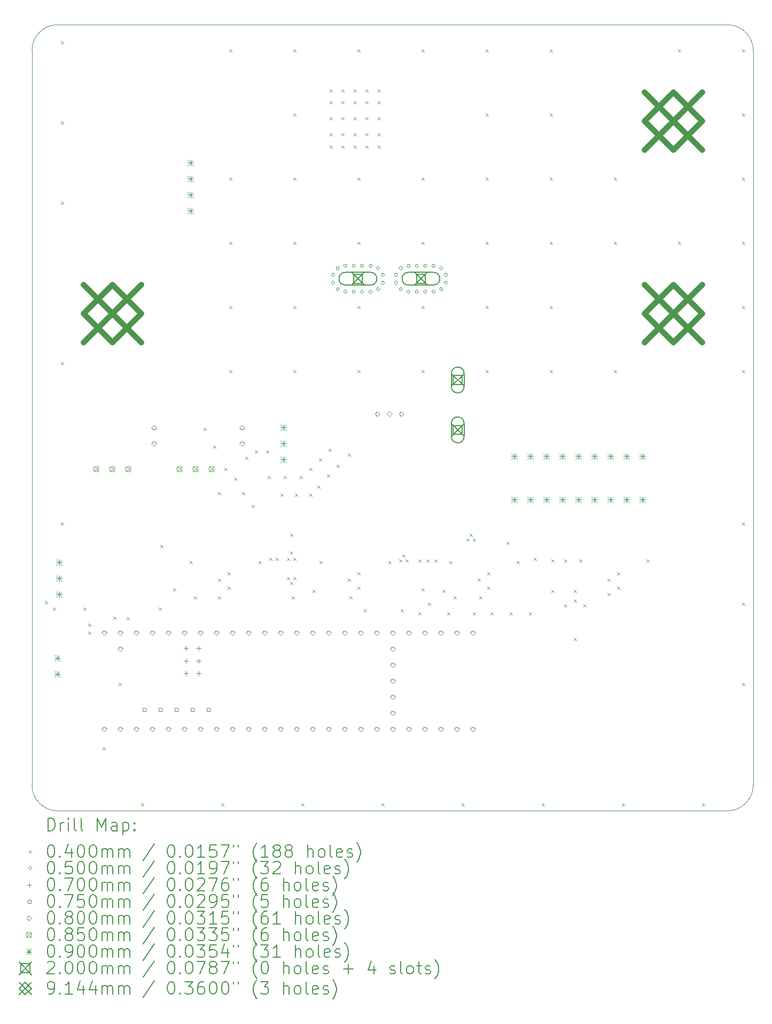
<source format=gbr>
%TF.GenerationSoftware,KiCad,Pcbnew,(6.0.8)*%
%TF.CreationDate,2022-10-20T17:14:07-05:00*%
%TF.ProjectId,2022Rev3,32303232-5265-4763-932e-6b696361645f,rev?*%
%TF.SameCoordinates,Original*%
%TF.FileFunction,Drillmap*%
%TF.FilePolarity,Positive*%
%FSLAX45Y45*%
G04 Gerber Fmt 4.5, Leading zero omitted, Abs format (unit mm)*
G04 Created by KiCad (PCBNEW (6.0.8)) date 2022-10-20 17:14:07*
%MOMM*%
%LPD*%
G01*
G04 APERTURE LIST*
%ADD10C,0.100000*%
%ADD11C,0.200000*%
%ADD12C,0.040000*%
%ADD13C,0.050000*%
%ADD14C,0.070000*%
%ADD15C,0.075000*%
%ADD16C,0.080000*%
%ADD17C,0.085000*%
%ADD18C,0.090000*%
%ADD19C,0.914400*%
G04 APERTURE END LIST*
D10*
X25552400Y-4572000D02*
G75*
G03*
X25146000Y-4165600I-406400J0D01*
G01*
X14122400Y-16205200D02*
G75*
G03*
X14528800Y-16611600I406400J0D01*
G01*
X14528800Y-4165600D02*
G75*
G03*
X14122400Y-4572000I0J-406400D01*
G01*
X14122400Y-4572000D02*
X14122400Y-16205200D01*
X14528800Y-16611600D02*
X25146000Y-16611600D01*
X25146000Y-16611600D02*
G75*
G03*
X25552400Y-16205200I0J406400D01*
G01*
X25552400Y-4572000D02*
X25552400Y-16205200D01*
X14528800Y-4165600D02*
X25146000Y-4165600D01*
D11*
D12*
X14331000Y-13289600D02*
X14371000Y-13329600D01*
X14371000Y-13289600D02*
X14331000Y-13329600D01*
X14458000Y-13391200D02*
X14498000Y-13431200D01*
X14498000Y-13391200D02*
X14458000Y-13431200D01*
X14585000Y-4425000D02*
X14625000Y-4465000D01*
X14625000Y-4425000D02*
X14585000Y-4465000D01*
X14585000Y-5695000D02*
X14625000Y-5735000D01*
X14625000Y-5695000D02*
X14585000Y-5735000D01*
X14585000Y-6965000D02*
X14625000Y-7005000D01*
X14625000Y-6965000D02*
X14585000Y-7005000D01*
X14585000Y-9505000D02*
X14625000Y-9545000D01*
X14625000Y-9505000D02*
X14585000Y-9545000D01*
X14585000Y-12045000D02*
X14625000Y-12085000D01*
X14625000Y-12045000D02*
X14585000Y-12085000D01*
X14940600Y-13391200D02*
X14980600Y-13431200D01*
X14980600Y-13391200D02*
X14940600Y-13431200D01*
X15016800Y-13645200D02*
X15056800Y-13685200D01*
X15056800Y-13645200D02*
X15016800Y-13685200D01*
X15016800Y-13772200D02*
X15056800Y-13812200D01*
X15056800Y-13772200D02*
X15016800Y-13812200D01*
X15245400Y-15601000D02*
X15285400Y-15641000D01*
X15285400Y-15601000D02*
X15245400Y-15641000D01*
X15410070Y-13539850D02*
X15450070Y-13579850D01*
X15450070Y-13539850D02*
X15410070Y-13579850D01*
X15499400Y-14585000D02*
X15539400Y-14625000D01*
X15539400Y-14585000D02*
X15499400Y-14625000D01*
X15626830Y-13543170D02*
X15666830Y-13583170D01*
X15666830Y-13543170D02*
X15626830Y-13583170D01*
X15855000Y-16490000D02*
X15895000Y-16530000D01*
X15895000Y-16490000D02*
X15855000Y-16530000D01*
X16134400Y-13391200D02*
X16174400Y-13431200D01*
X16174400Y-13391200D02*
X16134400Y-13431200D01*
X16159800Y-12400600D02*
X16199800Y-12440600D01*
X16199800Y-12400600D02*
X16159800Y-12440600D01*
X16363000Y-13086400D02*
X16403000Y-13126400D01*
X16403000Y-13086400D02*
X16363000Y-13126400D01*
X16620500Y-12654600D02*
X16660500Y-12694600D01*
X16660500Y-12654600D02*
X16620500Y-12694600D01*
X16693200Y-13213400D02*
X16733200Y-13253400D01*
X16733200Y-13213400D02*
X16693200Y-13253400D01*
X16845600Y-10546400D02*
X16885600Y-10586400D01*
X16885600Y-10546400D02*
X16845600Y-10586400D01*
X16998000Y-10825800D02*
X17038000Y-10865800D01*
X17038000Y-10825800D02*
X16998000Y-10865800D01*
X17074200Y-11562400D02*
X17114200Y-11602400D01*
X17114200Y-11562400D02*
X17074200Y-11602400D01*
X17074200Y-12934000D02*
X17114200Y-12974000D01*
X17114200Y-12934000D02*
X17074200Y-12974000D01*
X17074200Y-13213400D02*
X17114200Y-13253400D01*
X17114200Y-13213400D02*
X17074200Y-13253400D01*
X17125000Y-16490000D02*
X17165000Y-16530000D01*
X17165000Y-16490000D02*
X17125000Y-16530000D01*
X17175800Y-11181400D02*
X17215800Y-11221400D01*
X17215800Y-11181400D02*
X17175800Y-11221400D01*
X17226600Y-12832400D02*
X17266600Y-12872400D01*
X17266600Y-12832400D02*
X17226600Y-12872400D01*
X17226600Y-13061000D02*
X17266600Y-13101000D01*
X17266600Y-13061000D02*
X17226600Y-13101000D01*
X17252000Y-4552000D02*
X17292000Y-4592000D01*
X17292000Y-4552000D02*
X17252000Y-4592000D01*
X17252000Y-6584000D02*
X17292000Y-6624000D01*
X17292000Y-6584000D02*
X17252000Y-6624000D01*
X17252000Y-7600000D02*
X17292000Y-7640000D01*
X17292000Y-7600000D02*
X17252000Y-7640000D01*
X17252000Y-8616000D02*
X17292000Y-8656000D01*
X17292000Y-8616000D02*
X17252000Y-8656000D01*
X17252000Y-9632000D02*
X17292000Y-9672000D01*
X17292000Y-9632000D02*
X17252000Y-9672000D01*
X17328200Y-11333800D02*
X17368200Y-11373800D01*
X17368200Y-11333800D02*
X17328200Y-11373800D01*
X17455200Y-11562400D02*
X17495200Y-11602400D01*
X17495200Y-11562400D02*
X17455200Y-11602400D01*
X17506000Y-11003600D02*
X17546000Y-11043600D01*
X17546000Y-11003600D02*
X17506000Y-11043600D01*
X17607600Y-11765600D02*
X17647600Y-11805600D01*
X17647600Y-11765600D02*
X17607600Y-11805600D01*
X17658400Y-10902000D02*
X17698400Y-10942000D01*
X17698400Y-10902000D02*
X17658400Y-10942000D01*
X17712700Y-12654600D02*
X17752700Y-12694600D01*
X17752700Y-12654600D02*
X17712700Y-12694600D01*
X17836200Y-10902000D02*
X17876200Y-10942000D01*
X17876200Y-10902000D02*
X17836200Y-10942000D01*
X17861600Y-11308400D02*
X17901600Y-11348400D01*
X17901600Y-11308400D02*
X17861600Y-11348400D01*
X17887000Y-12603800D02*
X17927000Y-12643800D01*
X17927000Y-12603800D02*
X17887000Y-12643800D01*
X17988600Y-12603800D02*
X18028600Y-12643800D01*
X18028600Y-12603800D02*
X17988600Y-12643800D01*
X18064800Y-11587800D02*
X18104800Y-11627800D01*
X18104800Y-11587800D02*
X18064800Y-11627800D01*
X18115600Y-11308400D02*
X18155600Y-11348400D01*
X18155600Y-11308400D02*
X18115600Y-11348400D01*
X18166400Y-12603800D02*
X18206400Y-12643800D01*
X18206400Y-12603800D02*
X18166400Y-12643800D01*
X18166400Y-12908600D02*
X18206400Y-12948600D01*
X18206400Y-12908600D02*
X18166400Y-12948600D01*
X18217200Y-12222800D02*
X18257200Y-12262800D01*
X18257200Y-12222800D02*
X18217200Y-12262800D01*
X18217200Y-12502200D02*
X18257200Y-12542200D01*
X18257200Y-12502200D02*
X18217200Y-12542200D01*
X18217200Y-12984800D02*
X18257200Y-13024800D01*
X18257200Y-12984800D02*
X18217200Y-13024800D01*
X18243030Y-13213830D02*
X18283030Y-13253830D01*
X18283030Y-13213830D02*
X18243030Y-13253830D01*
X18268000Y-4552000D02*
X18308000Y-4592000D01*
X18308000Y-4552000D02*
X18268000Y-4592000D01*
X18268000Y-5568000D02*
X18308000Y-5608000D01*
X18308000Y-5568000D02*
X18268000Y-5608000D01*
X18268000Y-6584000D02*
X18308000Y-6624000D01*
X18308000Y-6584000D02*
X18268000Y-6624000D01*
X18268000Y-7600000D02*
X18308000Y-7640000D01*
X18308000Y-7600000D02*
X18268000Y-7640000D01*
X18268000Y-8616000D02*
X18308000Y-8656000D01*
X18308000Y-8616000D02*
X18268000Y-8656000D01*
X18268000Y-9632000D02*
X18308000Y-9672000D01*
X18308000Y-9632000D02*
X18268000Y-9672000D01*
X18268000Y-12603800D02*
X18308000Y-12643800D01*
X18308000Y-12603800D02*
X18268000Y-12643800D01*
X18268000Y-12908600D02*
X18308000Y-12948600D01*
X18308000Y-12908600D02*
X18268000Y-12948600D01*
X18293400Y-11587800D02*
X18333400Y-11627800D01*
X18333400Y-11587800D02*
X18293400Y-11627800D01*
X18369600Y-11308400D02*
X18409600Y-11348400D01*
X18409600Y-11308400D02*
X18369600Y-11348400D01*
X18395000Y-16490000D02*
X18435000Y-16530000D01*
X18435000Y-16490000D02*
X18395000Y-16530000D01*
X18522000Y-11181400D02*
X18562000Y-11221400D01*
X18562000Y-11181400D02*
X18522000Y-11221400D01*
X18522000Y-11181400D02*
X18562000Y-11221400D01*
X18562000Y-11181400D02*
X18522000Y-11221400D01*
X18522000Y-11587800D02*
X18562000Y-11627800D01*
X18562000Y-11587800D02*
X18522000Y-11627800D01*
X18572800Y-13111800D02*
X18612800Y-13151800D01*
X18612800Y-13111800D02*
X18572800Y-13151800D01*
X18649000Y-11460800D02*
X18689000Y-11500800D01*
X18689000Y-11460800D02*
X18649000Y-11500800D01*
X18674400Y-11029000D02*
X18714400Y-11069000D01*
X18714400Y-11029000D02*
X18674400Y-11069000D01*
X18677900Y-12654600D02*
X18717900Y-12694600D01*
X18717900Y-12654600D02*
X18677900Y-12694600D01*
X18801400Y-11283000D02*
X18841400Y-11323000D01*
X18841400Y-11283000D02*
X18801400Y-11323000D01*
X18826800Y-10876600D02*
X18866800Y-10916600D01*
X18866800Y-10876600D02*
X18826800Y-10916600D01*
X18839500Y-5187000D02*
X18879500Y-5227000D01*
X18879500Y-5187000D02*
X18839500Y-5227000D01*
X18839500Y-5377500D02*
X18879500Y-5417500D01*
X18879500Y-5377500D02*
X18839500Y-5417500D01*
X18839500Y-5631500D02*
X18879500Y-5671500D01*
X18879500Y-5631500D02*
X18839500Y-5671500D01*
X18839500Y-5885500D02*
X18879500Y-5925500D01*
X18879500Y-5885500D02*
X18839500Y-5925500D01*
X18839500Y-6076000D02*
X18879500Y-6116000D01*
X18879500Y-6076000D02*
X18839500Y-6116000D01*
X18953800Y-11130600D02*
X18993800Y-11170600D01*
X18993800Y-11130600D02*
X18953800Y-11170600D01*
X19030000Y-5187000D02*
X19070000Y-5227000D01*
X19070000Y-5187000D02*
X19030000Y-5227000D01*
X19030000Y-5377500D02*
X19070000Y-5417500D01*
X19070000Y-5377500D02*
X19030000Y-5417500D01*
X19030000Y-5631500D02*
X19070000Y-5671500D01*
X19070000Y-5631500D02*
X19030000Y-5671500D01*
X19030000Y-5885500D02*
X19070000Y-5925500D01*
X19070000Y-5885500D02*
X19030000Y-5925500D01*
X19030000Y-6076000D02*
X19070000Y-6116000D01*
X19070000Y-6076000D02*
X19030000Y-6116000D01*
X19131600Y-10952800D02*
X19171600Y-10992800D01*
X19171600Y-10952800D02*
X19131600Y-10992800D01*
X19131600Y-12934000D02*
X19171600Y-12974000D01*
X19171600Y-12934000D02*
X19131600Y-12974000D01*
X19157000Y-13213400D02*
X19197000Y-13253400D01*
X19197000Y-13213400D02*
X19157000Y-13253400D01*
X19220500Y-5187000D02*
X19260500Y-5227000D01*
X19260500Y-5187000D02*
X19220500Y-5227000D01*
X19220500Y-5377500D02*
X19260500Y-5417500D01*
X19260500Y-5377500D02*
X19220500Y-5417500D01*
X19220500Y-5631500D02*
X19260500Y-5671500D01*
X19260500Y-5631500D02*
X19220500Y-5671500D01*
X19220500Y-5885500D02*
X19260500Y-5925500D01*
X19260500Y-5885500D02*
X19220500Y-5925500D01*
X19220500Y-6076000D02*
X19260500Y-6116000D01*
X19260500Y-6076000D02*
X19220500Y-6116000D01*
X19284000Y-4552000D02*
X19324000Y-4592000D01*
X19324000Y-4552000D02*
X19284000Y-4592000D01*
X19284000Y-6584000D02*
X19324000Y-6624000D01*
X19324000Y-6584000D02*
X19284000Y-6624000D01*
X19284000Y-7600000D02*
X19324000Y-7640000D01*
X19324000Y-7600000D02*
X19284000Y-7640000D01*
X19284000Y-8616000D02*
X19324000Y-8656000D01*
X19324000Y-8616000D02*
X19284000Y-8656000D01*
X19284000Y-9632000D02*
X19324000Y-9672000D01*
X19324000Y-9632000D02*
X19284000Y-9672000D01*
X19284000Y-12832400D02*
X19324000Y-12872400D01*
X19324000Y-12832400D02*
X19284000Y-12872400D01*
X19284000Y-13061000D02*
X19324000Y-13101000D01*
X19324000Y-13061000D02*
X19284000Y-13101000D01*
X19385600Y-13416600D02*
X19425600Y-13456600D01*
X19425600Y-13416600D02*
X19385600Y-13456600D01*
X19411000Y-5187000D02*
X19451000Y-5227000D01*
X19451000Y-5187000D02*
X19411000Y-5227000D01*
X19411000Y-5377500D02*
X19451000Y-5417500D01*
X19451000Y-5377500D02*
X19411000Y-5417500D01*
X19411000Y-5631500D02*
X19451000Y-5671500D01*
X19451000Y-5631500D02*
X19411000Y-5671500D01*
X19411000Y-5885500D02*
X19451000Y-5925500D01*
X19451000Y-5885500D02*
X19411000Y-5925500D01*
X19411000Y-6076000D02*
X19451000Y-6116000D01*
X19451000Y-6076000D02*
X19411000Y-6116000D01*
X19601500Y-5187000D02*
X19641500Y-5227000D01*
X19641500Y-5187000D02*
X19601500Y-5227000D01*
X19601500Y-5377500D02*
X19641500Y-5417500D01*
X19641500Y-5377500D02*
X19601500Y-5417500D01*
X19601500Y-5631500D02*
X19641500Y-5671500D01*
X19641500Y-5631500D02*
X19601500Y-5671500D01*
X19601500Y-5885500D02*
X19641500Y-5925500D01*
X19641500Y-5885500D02*
X19601500Y-5925500D01*
X19601500Y-6076000D02*
X19641500Y-6116000D01*
X19641500Y-6076000D02*
X19601500Y-6116000D01*
X19665000Y-16490000D02*
X19705000Y-16530000D01*
X19705000Y-16490000D02*
X19665000Y-16530000D01*
X19770100Y-12654600D02*
X19810100Y-12694600D01*
X19810100Y-12654600D02*
X19770100Y-12694600D01*
X19944400Y-12629200D02*
X19984400Y-12669200D01*
X19984400Y-12629200D02*
X19944400Y-12669200D01*
X19969800Y-13416600D02*
X20009800Y-13456600D01*
X20009800Y-13416600D02*
X19969800Y-13456600D01*
X19995200Y-12553000D02*
X20035200Y-12593000D01*
X20035200Y-12553000D02*
X19995200Y-12593000D01*
X20046000Y-12629200D02*
X20086000Y-12669200D01*
X20086000Y-12629200D02*
X20046000Y-12669200D01*
X20249200Y-12629200D02*
X20289200Y-12669200D01*
X20289200Y-12629200D02*
X20249200Y-12669200D01*
X20249200Y-13467400D02*
X20289200Y-13507400D01*
X20289200Y-13467400D02*
X20249200Y-13507400D01*
X20300000Y-4552000D02*
X20340000Y-4592000D01*
X20340000Y-4552000D02*
X20300000Y-4592000D01*
X20300000Y-6584000D02*
X20340000Y-6624000D01*
X20340000Y-6584000D02*
X20300000Y-6624000D01*
X20300000Y-7600000D02*
X20340000Y-7640000D01*
X20340000Y-7600000D02*
X20300000Y-7640000D01*
X20300000Y-8616000D02*
X20340000Y-8656000D01*
X20340000Y-8616000D02*
X20300000Y-8656000D01*
X20300000Y-9632000D02*
X20340000Y-9672000D01*
X20340000Y-9632000D02*
X20300000Y-9672000D01*
X20300000Y-13086400D02*
X20340000Y-13126400D01*
X20340000Y-13086400D02*
X20300000Y-13126400D01*
X20376200Y-12629200D02*
X20416200Y-12669200D01*
X20416200Y-12629200D02*
X20376200Y-12669200D01*
X20401600Y-13315000D02*
X20441600Y-13355000D01*
X20441600Y-13315000D02*
X20401600Y-13355000D01*
X20503200Y-12629200D02*
X20543200Y-12669200D01*
X20543200Y-12629200D02*
X20503200Y-12669200D01*
X20630200Y-13111800D02*
X20670200Y-13151800D01*
X20670200Y-13111800D02*
X20630200Y-13151800D01*
X20706400Y-13467400D02*
X20746400Y-13507400D01*
X20746400Y-13467400D02*
X20706400Y-13507400D01*
X20735300Y-12654600D02*
X20775300Y-12694600D01*
X20775300Y-12654600D02*
X20735300Y-12694600D01*
X20808000Y-13213400D02*
X20848000Y-13253400D01*
X20848000Y-13213400D02*
X20808000Y-13253400D01*
X20935000Y-16490000D02*
X20975000Y-16530000D01*
X20975000Y-16490000D02*
X20935000Y-16530000D01*
X21011200Y-12299000D02*
X21051200Y-12339000D01*
X21051200Y-12299000D02*
X21011200Y-12339000D01*
X21062000Y-12222800D02*
X21102000Y-12262800D01*
X21102000Y-12222800D02*
X21062000Y-12262800D01*
X21112800Y-12299000D02*
X21152800Y-12339000D01*
X21152800Y-12299000D02*
X21112800Y-12339000D01*
X21112800Y-13467400D02*
X21152800Y-13507400D01*
X21152800Y-13467400D02*
X21112800Y-13507400D01*
X21189000Y-12934000D02*
X21229000Y-12974000D01*
X21229000Y-12934000D02*
X21189000Y-12974000D01*
X21214400Y-13213400D02*
X21254400Y-13253400D01*
X21254400Y-13213400D02*
X21214400Y-13253400D01*
X21316000Y-4552000D02*
X21356000Y-4592000D01*
X21356000Y-4552000D02*
X21316000Y-4592000D01*
X21316000Y-5568000D02*
X21356000Y-5608000D01*
X21356000Y-5568000D02*
X21316000Y-5608000D01*
X21316000Y-6584000D02*
X21356000Y-6624000D01*
X21356000Y-6584000D02*
X21316000Y-6624000D01*
X21316000Y-7600000D02*
X21356000Y-7640000D01*
X21356000Y-7600000D02*
X21316000Y-7640000D01*
X21316000Y-8616000D02*
X21356000Y-8656000D01*
X21356000Y-8616000D02*
X21316000Y-8656000D01*
X21316000Y-9632000D02*
X21356000Y-9672000D01*
X21356000Y-9632000D02*
X21316000Y-9672000D01*
X21341400Y-12832400D02*
X21381400Y-12872400D01*
X21381400Y-12832400D02*
X21341400Y-12872400D01*
X21341400Y-13061000D02*
X21381400Y-13101000D01*
X21381400Y-13061000D02*
X21341400Y-13101000D01*
X21392200Y-13467400D02*
X21432200Y-13507400D01*
X21432200Y-13467400D02*
X21392200Y-13507400D01*
X21646200Y-12349800D02*
X21686200Y-12389800D01*
X21686200Y-12349800D02*
X21646200Y-12389800D01*
X21697000Y-13467400D02*
X21737000Y-13507400D01*
X21737000Y-13467400D02*
X21697000Y-13507400D01*
X21802100Y-12654600D02*
X21842100Y-12694600D01*
X21842100Y-12654600D02*
X21802100Y-12694600D01*
X22001800Y-13467400D02*
X22041800Y-13507400D01*
X22041800Y-13467400D02*
X22001800Y-13507400D01*
X22078000Y-12603800D02*
X22118000Y-12643800D01*
X22118000Y-12603800D02*
X22078000Y-12643800D01*
X22205000Y-16490000D02*
X22245000Y-16530000D01*
X22245000Y-16490000D02*
X22205000Y-16530000D01*
X22332000Y-4552000D02*
X22372000Y-4592000D01*
X22372000Y-4552000D02*
X22332000Y-4592000D01*
X22332000Y-5568000D02*
X22372000Y-5608000D01*
X22372000Y-5568000D02*
X22332000Y-5608000D01*
X22332000Y-6584000D02*
X22372000Y-6624000D01*
X22372000Y-6584000D02*
X22332000Y-6624000D01*
X22332000Y-7600000D02*
X22372000Y-7640000D01*
X22372000Y-7600000D02*
X22332000Y-7640000D01*
X22332000Y-8616000D02*
X22372000Y-8656000D01*
X22372000Y-8616000D02*
X22332000Y-8656000D01*
X22332000Y-9632000D02*
X22372000Y-9672000D01*
X22372000Y-9632000D02*
X22332000Y-9672000D01*
X22357400Y-12629200D02*
X22397400Y-12669200D01*
X22397400Y-12629200D02*
X22357400Y-12669200D01*
X22357400Y-13111800D02*
X22397400Y-13151800D01*
X22397400Y-13111800D02*
X22357400Y-13151800D01*
X22560600Y-12629200D02*
X22600600Y-12669200D01*
X22600600Y-12629200D02*
X22560600Y-12669200D01*
X22560600Y-13340400D02*
X22600600Y-13380400D01*
X22600600Y-13340400D02*
X22560600Y-13380400D01*
X22713000Y-13111800D02*
X22753000Y-13151800D01*
X22753000Y-13111800D02*
X22713000Y-13151800D01*
X22713000Y-13264200D02*
X22753000Y-13304200D01*
X22753000Y-13264200D02*
X22713000Y-13304200D01*
X22713000Y-13873800D02*
X22753000Y-13913800D01*
X22753000Y-13873800D02*
X22713000Y-13913800D01*
X22792700Y-12629200D02*
X22832700Y-12669200D01*
X22832700Y-12629200D02*
X22792700Y-12669200D01*
X22865400Y-13340400D02*
X22905400Y-13380400D01*
X22905400Y-13340400D02*
X22865400Y-13380400D01*
X23246400Y-12934000D02*
X23286400Y-12974000D01*
X23286400Y-12934000D02*
X23246400Y-12974000D01*
X23246400Y-13162600D02*
X23286400Y-13202600D01*
X23286400Y-13162600D02*
X23246400Y-13202600D01*
X23348000Y-6584000D02*
X23388000Y-6624000D01*
X23388000Y-6584000D02*
X23348000Y-6624000D01*
X23348000Y-7600000D02*
X23388000Y-7640000D01*
X23388000Y-7600000D02*
X23348000Y-7640000D01*
X23348000Y-9632000D02*
X23388000Y-9672000D01*
X23388000Y-9632000D02*
X23348000Y-9672000D01*
X23398800Y-12832400D02*
X23438800Y-12872400D01*
X23438800Y-12832400D02*
X23398800Y-12872400D01*
X23398800Y-13061000D02*
X23438800Y-13101000D01*
X23438800Y-13061000D02*
X23398800Y-13101000D01*
X23475000Y-16490000D02*
X23515000Y-16530000D01*
X23515000Y-16490000D02*
X23475000Y-16530000D01*
X23859500Y-12629200D02*
X23899500Y-12669200D01*
X23899500Y-12629200D02*
X23859500Y-12669200D01*
X24364000Y-4552000D02*
X24404000Y-4592000D01*
X24404000Y-4552000D02*
X24364000Y-4592000D01*
X24364000Y-7600000D02*
X24404000Y-7640000D01*
X24404000Y-7600000D02*
X24364000Y-7640000D01*
X24745000Y-16490000D02*
X24785000Y-16530000D01*
X24785000Y-16490000D02*
X24745000Y-16530000D01*
X25380000Y-4552000D02*
X25420000Y-4592000D01*
X25420000Y-4552000D02*
X25380000Y-4592000D01*
X25380000Y-5568000D02*
X25420000Y-5608000D01*
X25420000Y-5568000D02*
X25380000Y-5608000D01*
X25380000Y-6584000D02*
X25420000Y-6624000D01*
X25420000Y-6584000D02*
X25380000Y-6624000D01*
X25380000Y-7600000D02*
X25420000Y-7640000D01*
X25420000Y-7600000D02*
X25380000Y-7640000D01*
X25380000Y-8616000D02*
X25420000Y-8656000D01*
X25420000Y-8616000D02*
X25380000Y-8656000D01*
X25380000Y-9632000D02*
X25420000Y-9672000D01*
X25420000Y-9632000D02*
X25380000Y-9672000D01*
X25380000Y-12045000D02*
X25420000Y-12085000D01*
X25420000Y-12045000D02*
X25380000Y-12085000D01*
X25380000Y-13315000D02*
X25420000Y-13355000D01*
X25420000Y-13315000D02*
X25380000Y-13355000D01*
X25380000Y-14585000D02*
X25420000Y-14625000D01*
X25420000Y-14585000D02*
X25380000Y-14625000D01*
D13*
X18917600Y-8123500D02*
G75*
G03*
X18917600Y-8123500I-25000J0D01*
G01*
X18917600Y-8249500D02*
G75*
G03*
X18917600Y-8249500I-25000J0D01*
G01*
X18992600Y-8020500D02*
G75*
G03*
X18992600Y-8020500I-25000J0D01*
G01*
X18992600Y-8352500D02*
G75*
G03*
X18992600Y-8352500I-25000J0D01*
G01*
X19112600Y-7981500D02*
G75*
G03*
X19112600Y-7981500I-25000J0D01*
G01*
X19112600Y-8391500D02*
G75*
G03*
X19112600Y-8391500I-25000J0D01*
G01*
X19245600Y-7981500D02*
G75*
G03*
X19245600Y-7981500I-25000J0D01*
G01*
X19245600Y-8391500D02*
G75*
G03*
X19245600Y-8391500I-25000J0D01*
G01*
X19379600Y-7981500D02*
G75*
G03*
X19379600Y-7981500I-25000J0D01*
G01*
X19379600Y-8391500D02*
G75*
G03*
X19379600Y-8391500I-25000J0D01*
G01*
X19512600Y-7981500D02*
G75*
G03*
X19512600Y-7981500I-25000J0D01*
G01*
X19512600Y-8391500D02*
G75*
G03*
X19512600Y-8391500I-25000J0D01*
G01*
X19632600Y-8020500D02*
G75*
G03*
X19632600Y-8020500I-25000J0D01*
G01*
X19632600Y-8352500D02*
G75*
G03*
X19632600Y-8352500I-25000J0D01*
G01*
X19707600Y-8123500D02*
G75*
G03*
X19707600Y-8123500I-25000J0D01*
G01*
X19707600Y-8249500D02*
G75*
G03*
X19707600Y-8249500I-25000J0D01*
G01*
X19917600Y-8123500D02*
G75*
G03*
X19917600Y-8123500I-25000J0D01*
G01*
X19917600Y-8249500D02*
G75*
G03*
X19917600Y-8249500I-25000J0D01*
G01*
X19992600Y-8020500D02*
G75*
G03*
X19992600Y-8020500I-25000J0D01*
G01*
X19992600Y-8352500D02*
G75*
G03*
X19992600Y-8352500I-25000J0D01*
G01*
X20112600Y-7981500D02*
G75*
G03*
X20112600Y-7981500I-25000J0D01*
G01*
X20112600Y-8391500D02*
G75*
G03*
X20112600Y-8391500I-25000J0D01*
G01*
X20245600Y-7981500D02*
G75*
G03*
X20245600Y-7981500I-25000J0D01*
G01*
X20245600Y-8391500D02*
G75*
G03*
X20245600Y-8391500I-25000J0D01*
G01*
X20379600Y-7981500D02*
G75*
G03*
X20379600Y-7981500I-25000J0D01*
G01*
X20379600Y-8391500D02*
G75*
G03*
X20379600Y-8391500I-25000J0D01*
G01*
X20512600Y-7981500D02*
G75*
G03*
X20512600Y-7981500I-25000J0D01*
G01*
X20512600Y-8391500D02*
G75*
G03*
X20512600Y-8391500I-25000J0D01*
G01*
X20632600Y-8020500D02*
G75*
G03*
X20632600Y-8020500I-25000J0D01*
G01*
X20632600Y-8352500D02*
G75*
G03*
X20632600Y-8352500I-25000J0D01*
G01*
X20707600Y-8123500D02*
G75*
G03*
X20707600Y-8123500I-25000J0D01*
G01*
X20707600Y-8249500D02*
G75*
G03*
X20707600Y-8249500I-25000J0D01*
G01*
D14*
X16562400Y-14002200D02*
X16562400Y-14072200D01*
X16527400Y-14037200D02*
X16597400Y-14037200D01*
X16562400Y-14202200D02*
X16562400Y-14272200D01*
X16527400Y-14237200D02*
X16597400Y-14237200D01*
X16562400Y-14402200D02*
X16562400Y-14472200D01*
X16527400Y-14437200D02*
X16597400Y-14437200D01*
X16762400Y-14002200D02*
X16762400Y-14072200D01*
X16727400Y-14037200D02*
X16797400Y-14037200D01*
X16762400Y-14202200D02*
X16762400Y-14272200D01*
X16727400Y-14237200D02*
X16797400Y-14237200D01*
X16762400Y-14402200D02*
X16762400Y-14472200D01*
X16727400Y-14437200D02*
X16797400Y-14437200D01*
D15*
X15926917Y-15037717D02*
X15926917Y-14984683D01*
X15873883Y-14984683D01*
X15873883Y-15037717D01*
X15926917Y-15037717D01*
X16180917Y-15037717D02*
X16180917Y-14984683D01*
X16127883Y-14984683D01*
X16127883Y-15037717D01*
X16180917Y-15037717D01*
X16434917Y-15037717D02*
X16434917Y-14984683D01*
X16381883Y-14984683D01*
X16381883Y-15037717D01*
X16434917Y-15037717D01*
X16688917Y-15037717D02*
X16688917Y-14984683D01*
X16635883Y-14984683D01*
X16635883Y-15037717D01*
X16688917Y-15037717D01*
X16942917Y-15037717D02*
X16942917Y-14984683D01*
X16889883Y-14984683D01*
X16889883Y-15037717D01*
X16942917Y-15037717D01*
D16*
X15265400Y-13832200D02*
X15305400Y-13792200D01*
X15265400Y-13752200D01*
X15225400Y-13792200D01*
X15265400Y-13832200D01*
X15265400Y-15356200D02*
X15305400Y-15316200D01*
X15265400Y-15276200D01*
X15225400Y-15316200D01*
X15265400Y-15356200D01*
X15519400Y-13832200D02*
X15559400Y-13792200D01*
X15519400Y-13752200D01*
X15479400Y-13792200D01*
X15519400Y-13832200D01*
X15519400Y-14086200D02*
X15559400Y-14046200D01*
X15519400Y-14006200D01*
X15479400Y-14046200D01*
X15519400Y-14086200D01*
X15519400Y-15356200D02*
X15559400Y-15316200D01*
X15519400Y-15276200D01*
X15479400Y-15316200D01*
X15519400Y-15356200D01*
X15773400Y-13832200D02*
X15813400Y-13792200D01*
X15773400Y-13752200D01*
X15733400Y-13792200D01*
X15773400Y-13832200D01*
X15773400Y-15356200D02*
X15813400Y-15316200D01*
X15773400Y-15276200D01*
X15733400Y-15316200D01*
X15773400Y-15356200D01*
X16027400Y-13832200D02*
X16067400Y-13792200D01*
X16027400Y-13752200D01*
X15987400Y-13792200D01*
X16027400Y-13832200D01*
X16027400Y-15356200D02*
X16067400Y-15316200D01*
X16027400Y-15276200D01*
X15987400Y-15316200D01*
X16027400Y-15356200D01*
X16052800Y-10585000D02*
X16092800Y-10545000D01*
X16052800Y-10505000D01*
X16012800Y-10545000D01*
X16052800Y-10585000D01*
X16052800Y-10835000D02*
X16092800Y-10795000D01*
X16052800Y-10755000D01*
X16012800Y-10795000D01*
X16052800Y-10835000D01*
X16281400Y-13832200D02*
X16321400Y-13792200D01*
X16281400Y-13752200D01*
X16241400Y-13792200D01*
X16281400Y-13832200D01*
X16281400Y-15356200D02*
X16321400Y-15316200D01*
X16281400Y-15276200D01*
X16241400Y-15316200D01*
X16281400Y-15356200D01*
X16535400Y-13832200D02*
X16575400Y-13792200D01*
X16535400Y-13752200D01*
X16495400Y-13792200D01*
X16535400Y-13832200D01*
X16535400Y-15356200D02*
X16575400Y-15316200D01*
X16535400Y-15276200D01*
X16495400Y-15316200D01*
X16535400Y-15356200D01*
X16789400Y-13832200D02*
X16829400Y-13792200D01*
X16789400Y-13752200D01*
X16749400Y-13792200D01*
X16789400Y-13832200D01*
X16789400Y-15356200D02*
X16829400Y-15316200D01*
X16789400Y-15276200D01*
X16749400Y-15316200D01*
X16789400Y-15356200D01*
X17043400Y-13832200D02*
X17083400Y-13792200D01*
X17043400Y-13752200D01*
X17003400Y-13792200D01*
X17043400Y-13832200D01*
X17043400Y-15356200D02*
X17083400Y-15316200D01*
X17043400Y-15276200D01*
X17003400Y-15316200D01*
X17043400Y-15356200D01*
X17297400Y-13832200D02*
X17337400Y-13792200D01*
X17297400Y-13752200D01*
X17257400Y-13792200D01*
X17297400Y-13832200D01*
X17297400Y-15356200D02*
X17337400Y-15316200D01*
X17297400Y-15276200D01*
X17257400Y-15316200D01*
X17297400Y-15356200D01*
X17449800Y-10585000D02*
X17489800Y-10545000D01*
X17449800Y-10505000D01*
X17409800Y-10545000D01*
X17449800Y-10585000D01*
X17449800Y-10835000D02*
X17489800Y-10795000D01*
X17449800Y-10755000D01*
X17409800Y-10795000D01*
X17449800Y-10835000D01*
X17551400Y-13832200D02*
X17591400Y-13792200D01*
X17551400Y-13752200D01*
X17511400Y-13792200D01*
X17551400Y-13832200D01*
X17551400Y-15356200D02*
X17591400Y-15316200D01*
X17551400Y-15276200D01*
X17511400Y-15316200D01*
X17551400Y-15356200D01*
X17805400Y-13832200D02*
X17845400Y-13792200D01*
X17805400Y-13752200D01*
X17765400Y-13792200D01*
X17805400Y-13832200D01*
X17805400Y-15356200D02*
X17845400Y-15316200D01*
X17805400Y-15276200D01*
X17765400Y-15316200D01*
X17805400Y-15356200D01*
X18059400Y-13832200D02*
X18099400Y-13792200D01*
X18059400Y-13752200D01*
X18019400Y-13792200D01*
X18059400Y-13832200D01*
X18059400Y-15356200D02*
X18099400Y-15316200D01*
X18059400Y-15276200D01*
X18019400Y-15316200D01*
X18059400Y-15356200D01*
X18313400Y-13832200D02*
X18353400Y-13792200D01*
X18313400Y-13752200D01*
X18273400Y-13792200D01*
X18313400Y-13832200D01*
X18313400Y-15356200D02*
X18353400Y-15316200D01*
X18313400Y-15276200D01*
X18273400Y-15316200D01*
X18313400Y-15356200D01*
X18567400Y-13832200D02*
X18607400Y-13792200D01*
X18567400Y-13752200D01*
X18527400Y-13792200D01*
X18567400Y-13832200D01*
X18567400Y-15356200D02*
X18607400Y-15316200D01*
X18567400Y-15276200D01*
X18527400Y-15316200D01*
X18567400Y-15356200D01*
X18821400Y-13832200D02*
X18861400Y-13792200D01*
X18821400Y-13752200D01*
X18781400Y-13792200D01*
X18821400Y-13832200D01*
X18821400Y-15356200D02*
X18861400Y-15316200D01*
X18821400Y-15276200D01*
X18781400Y-15316200D01*
X18821400Y-15356200D01*
X19075400Y-13832200D02*
X19115400Y-13792200D01*
X19075400Y-13752200D01*
X19035400Y-13792200D01*
X19075400Y-13832200D01*
X19075400Y-15356200D02*
X19115400Y-15316200D01*
X19075400Y-15276200D01*
X19035400Y-15316200D01*
X19075400Y-15356200D01*
X19329400Y-13832200D02*
X19369400Y-13792200D01*
X19329400Y-13752200D01*
X19289400Y-13792200D01*
X19329400Y-13832200D01*
X19329400Y-15356200D02*
X19369400Y-15316200D01*
X19329400Y-15276200D01*
X19289400Y-15316200D01*
X19329400Y-15356200D01*
X19583400Y-13832200D02*
X19623400Y-13792200D01*
X19583400Y-13752200D01*
X19543400Y-13792200D01*
X19583400Y-13832200D01*
X19583400Y-15356200D02*
X19623400Y-15316200D01*
X19583400Y-15276200D01*
X19543400Y-15316200D01*
X19583400Y-15356200D01*
X19596600Y-10366500D02*
X19636600Y-10326500D01*
X19596600Y-10286500D01*
X19556600Y-10326500D01*
X19596600Y-10366500D01*
X19787600Y-10366500D02*
X19827600Y-10326500D01*
X19787600Y-10286500D01*
X19747600Y-10326500D01*
X19787600Y-10366500D01*
X19837400Y-13832200D02*
X19877400Y-13792200D01*
X19837400Y-13752200D01*
X19797400Y-13792200D01*
X19837400Y-13832200D01*
X19837400Y-14086200D02*
X19877400Y-14046200D01*
X19837400Y-14006200D01*
X19797400Y-14046200D01*
X19837400Y-14086200D01*
X19837400Y-14340200D02*
X19877400Y-14300200D01*
X19837400Y-14260200D01*
X19797400Y-14300200D01*
X19837400Y-14340200D01*
X19837400Y-14594200D02*
X19877400Y-14554200D01*
X19837400Y-14514200D01*
X19797400Y-14554200D01*
X19837400Y-14594200D01*
X19837400Y-14848200D02*
X19877400Y-14808200D01*
X19837400Y-14768200D01*
X19797400Y-14808200D01*
X19837400Y-14848200D01*
X19837400Y-15102200D02*
X19877400Y-15062200D01*
X19837400Y-15022200D01*
X19797400Y-15062200D01*
X19837400Y-15102200D01*
X19837400Y-15356200D02*
X19877400Y-15316200D01*
X19837400Y-15276200D01*
X19797400Y-15316200D01*
X19837400Y-15356200D01*
X19978600Y-10366500D02*
X20018600Y-10326500D01*
X19978600Y-10286500D01*
X19938600Y-10326500D01*
X19978600Y-10366500D01*
X20091400Y-13832200D02*
X20131400Y-13792200D01*
X20091400Y-13752200D01*
X20051400Y-13792200D01*
X20091400Y-13832200D01*
X20091400Y-15356200D02*
X20131400Y-15316200D01*
X20091400Y-15276200D01*
X20051400Y-15316200D01*
X20091400Y-15356200D01*
X20345400Y-13832200D02*
X20385400Y-13792200D01*
X20345400Y-13752200D01*
X20305400Y-13792200D01*
X20345400Y-13832200D01*
X20345400Y-15356200D02*
X20385400Y-15316200D01*
X20345400Y-15276200D01*
X20305400Y-15316200D01*
X20345400Y-15356200D01*
X20599400Y-13832200D02*
X20639400Y-13792200D01*
X20599400Y-13752200D01*
X20559400Y-13792200D01*
X20599400Y-13832200D01*
X20599400Y-15356200D02*
X20639400Y-15316200D01*
X20599400Y-15276200D01*
X20559400Y-15316200D01*
X20599400Y-15356200D01*
X20853400Y-13832200D02*
X20893400Y-13792200D01*
X20853400Y-13752200D01*
X20813400Y-13792200D01*
X20853400Y-13832200D01*
X20853400Y-15356200D02*
X20893400Y-15316200D01*
X20853400Y-15276200D01*
X20813400Y-15316200D01*
X20853400Y-15356200D01*
X21107400Y-13832200D02*
X21147400Y-13792200D01*
X21107400Y-13752200D01*
X21067400Y-13792200D01*
X21107400Y-13832200D01*
X21107400Y-15356200D02*
X21147400Y-15316200D01*
X21107400Y-15276200D01*
X21067400Y-15316200D01*
X21107400Y-15356200D01*
D17*
X15095900Y-11158900D02*
X15180900Y-11243900D01*
X15180900Y-11158900D02*
X15095900Y-11243900D01*
X15180900Y-11201400D02*
G75*
G03*
X15180900Y-11201400I-42500J0D01*
G01*
X15349900Y-11158900D02*
X15434900Y-11243900D01*
X15434900Y-11158900D02*
X15349900Y-11243900D01*
X15434900Y-11201400D02*
G75*
G03*
X15434900Y-11201400I-42500J0D01*
G01*
X15603900Y-11158900D02*
X15688900Y-11243900D01*
X15688900Y-11158900D02*
X15603900Y-11243900D01*
X15688900Y-11201400D02*
G75*
G03*
X15688900Y-11201400I-42500J0D01*
G01*
X16416700Y-11158900D02*
X16501700Y-11243900D01*
X16501700Y-11158900D02*
X16416700Y-11243900D01*
X16501700Y-11201400D02*
G75*
G03*
X16501700Y-11201400I-42500J0D01*
G01*
X16670700Y-11158900D02*
X16755700Y-11243900D01*
X16755700Y-11158900D02*
X16670700Y-11243900D01*
X16755700Y-11201400D02*
G75*
G03*
X16755700Y-11201400I-42500J0D01*
G01*
X16924700Y-11158900D02*
X17009700Y-11243900D01*
X17009700Y-11158900D02*
X16924700Y-11243900D01*
X17009700Y-11201400D02*
G75*
G03*
X17009700Y-11201400I-42500J0D01*
G01*
D18*
X14483800Y-14147250D02*
X14573800Y-14237250D01*
X14573800Y-14147250D02*
X14483800Y-14237250D01*
X14528800Y-14147250D02*
X14528800Y-14237250D01*
X14483800Y-14192250D02*
X14573800Y-14192250D01*
X14483800Y-14401250D02*
X14573800Y-14491250D01*
X14573800Y-14401250D02*
X14483800Y-14491250D01*
X14528800Y-14401250D02*
X14528800Y-14491250D01*
X14483800Y-14446250D02*
X14573800Y-14446250D01*
X14509200Y-12629600D02*
X14599200Y-12719600D01*
X14599200Y-12629600D02*
X14509200Y-12719600D01*
X14554200Y-12629600D02*
X14554200Y-12719600D01*
X14509200Y-12674600D02*
X14599200Y-12674600D01*
X14509200Y-12883600D02*
X14599200Y-12973600D01*
X14599200Y-12883600D02*
X14509200Y-12973600D01*
X14554200Y-12883600D02*
X14554200Y-12973600D01*
X14509200Y-12928600D02*
X14599200Y-12928600D01*
X14509200Y-13137600D02*
X14599200Y-13227600D01*
X14599200Y-13137600D02*
X14509200Y-13227600D01*
X14554200Y-13137600D02*
X14554200Y-13227600D01*
X14509200Y-13182600D02*
X14599200Y-13182600D01*
X16592000Y-6305000D02*
X16682000Y-6395000D01*
X16682000Y-6305000D02*
X16592000Y-6395000D01*
X16637000Y-6305000D02*
X16637000Y-6395000D01*
X16592000Y-6350000D02*
X16682000Y-6350000D01*
X16592000Y-6559000D02*
X16682000Y-6649000D01*
X16682000Y-6559000D02*
X16592000Y-6649000D01*
X16637000Y-6559000D02*
X16637000Y-6649000D01*
X16592000Y-6604000D02*
X16682000Y-6604000D01*
X16592000Y-6813000D02*
X16682000Y-6903000D01*
X16682000Y-6813000D02*
X16592000Y-6903000D01*
X16637000Y-6813000D02*
X16637000Y-6903000D01*
X16592000Y-6858000D02*
X16682000Y-6858000D01*
X16592000Y-7067000D02*
X16682000Y-7157000D01*
X16682000Y-7067000D02*
X16592000Y-7157000D01*
X16637000Y-7067000D02*
X16637000Y-7157000D01*
X16592000Y-7112000D02*
X16682000Y-7112000D01*
X16592000Y-7067000D02*
X16682000Y-7157000D01*
X16682000Y-7067000D02*
X16592000Y-7157000D01*
X16637000Y-7067000D02*
X16637000Y-7157000D01*
X16592000Y-7112000D02*
X16682000Y-7112000D01*
X18065200Y-10496000D02*
X18155200Y-10586000D01*
X18155200Y-10496000D02*
X18065200Y-10586000D01*
X18110200Y-10496000D02*
X18110200Y-10586000D01*
X18065200Y-10541000D02*
X18155200Y-10541000D01*
X18065200Y-10750000D02*
X18155200Y-10840000D01*
X18155200Y-10750000D02*
X18065200Y-10840000D01*
X18110200Y-10750000D02*
X18110200Y-10840000D01*
X18065200Y-10795000D02*
X18155200Y-10795000D01*
X18065200Y-11004000D02*
X18155200Y-11094000D01*
X18155200Y-11004000D02*
X18065200Y-11094000D01*
X18110200Y-11004000D02*
X18110200Y-11094000D01*
X18065200Y-11049000D02*
X18155200Y-11049000D01*
X21722800Y-10953200D02*
X21812800Y-11043200D01*
X21812800Y-10953200D02*
X21722800Y-11043200D01*
X21767800Y-10953200D02*
X21767800Y-11043200D01*
X21722800Y-10998200D02*
X21812800Y-10998200D01*
X21722800Y-11639000D02*
X21812800Y-11729000D01*
X21812800Y-11639000D02*
X21722800Y-11729000D01*
X21767800Y-11639000D02*
X21767800Y-11729000D01*
X21722800Y-11684000D02*
X21812800Y-11684000D01*
X21976800Y-10953200D02*
X22066800Y-11043200D01*
X22066800Y-10953200D02*
X21976800Y-11043200D01*
X22021800Y-10953200D02*
X22021800Y-11043200D01*
X21976800Y-10998200D02*
X22066800Y-10998200D01*
X21976800Y-11639000D02*
X22066800Y-11729000D01*
X22066800Y-11639000D02*
X21976800Y-11729000D01*
X22021800Y-11639000D02*
X22021800Y-11729000D01*
X21976800Y-11684000D02*
X22066800Y-11684000D01*
X22230800Y-10953200D02*
X22320800Y-11043200D01*
X22320800Y-10953200D02*
X22230800Y-11043200D01*
X22275800Y-10953200D02*
X22275800Y-11043200D01*
X22230800Y-10998200D02*
X22320800Y-10998200D01*
X22230800Y-11639000D02*
X22320800Y-11729000D01*
X22320800Y-11639000D02*
X22230800Y-11729000D01*
X22275800Y-11639000D02*
X22275800Y-11729000D01*
X22230800Y-11684000D02*
X22320800Y-11684000D01*
X22484800Y-10953200D02*
X22574800Y-11043200D01*
X22574800Y-10953200D02*
X22484800Y-11043200D01*
X22529800Y-10953200D02*
X22529800Y-11043200D01*
X22484800Y-10998200D02*
X22574800Y-10998200D01*
X22484800Y-11639000D02*
X22574800Y-11729000D01*
X22574800Y-11639000D02*
X22484800Y-11729000D01*
X22529800Y-11639000D02*
X22529800Y-11729000D01*
X22484800Y-11684000D02*
X22574800Y-11684000D01*
X22738800Y-10953200D02*
X22828800Y-11043200D01*
X22828800Y-10953200D02*
X22738800Y-11043200D01*
X22783800Y-10953200D02*
X22783800Y-11043200D01*
X22738800Y-10998200D02*
X22828800Y-10998200D01*
X22738800Y-11639000D02*
X22828800Y-11729000D01*
X22828800Y-11639000D02*
X22738800Y-11729000D01*
X22783800Y-11639000D02*
X22783800Y-11729000D01*
X22738800Y-11684000D02*
X22828800Y-11684000D01*
X22992800Y-10953200D02*
X23082800Y-11043200D01*
X23082800Y-10953200D02*
X22992800Y-11043200D01*
X23037800Y-10953200D02*
X23037800Y-11043200D01*
X22992800Y-10998200D02*
X23082800Y-10998200D01*
X22992800Y-11639000D02*
X23082800Y-11729000D01*
X23082800Y-11639000D02*
X22992800Y-11729000D01*
X23037800Y-11639000D02*
X23037800Y-11729000D01*
X22992800Y-11684000D02*
X23082800Y-11684000D01*
X23246800Y-10953200D02*
X23336800Y-11043200D01*
X23336800Y-10953200D02*
X23246800Y-11043200D01*
X23291800Y-10953200D02*
X23291800Y-11043200D01*
X23246800Y-10998200D02*
X23336800Y-10998200D01*
X23246800Y-11639000D02*
X23336800Y-11729000D01*
X23336800Y-11639000D02*
X23246800Y-11729000D01*
X23291800Y-11639000D02*
X23291800Y-11729000D01*
X23246800Y-11684000D02*
X23336800Y-11684000D01*
X23500800Y-10953200D02*
X23590800Y-11043200D01*
X23590800Y-10953200D02*
X23500800Y-11043200D01*
X23545800Y-10953200D02*
X23545800Y-11043200D01*
X23500800Y-10998200D02*
X23590800Y-10998200D01*
X23500800Y-11639000D02*
X23590800Y-11729000D01*
X23590800Y-11639000D02*
X23500800Y-11729000D01*
X23545800Y-11639000D02*
X23545800Y-11729000D01*
X23500800Y-11684000D02*
X23590800Y-11684000D01*
X23754800Y-10953200D02*
X23844800Y-11043200D01*
X23844800Y-10953200D02*
X23754800Y-11043200D01*
X23799800Y-10953200D02*
X23799800Y-11043200D01*
X23754800Y-10998200D02*
X23844800Y-10998200D01*
X23754800Y-11639000D02*
X23844800Y-11729000D01*
X23844800Y-11639000D02*
X23754800Y-11729000D01*
X23799800Y-11639000D02*
X23799800Y-11729000D01*
X23754800Y-11684000D02*
X23844800Y-11684000D01*
D11*
X19187600Y-8086500D02*
X19387600Y-8286500D01*
X19387600Y-8086500D02*
X19187600Y-8286500D01*
X19358311Y-8257211D02*
X19358311Y-8115789D01*
X19216889Y-8115789D01*
X19216889Y-8257211D01*
X19358311Y-8257211D01*
X19087600Y-8286500D02*
X19487600Y-8286500D01*
X19087600Y-8086500D02*
X19487600Y-8086500D01*
X19487600Y-8286500D02*
G75*
G03*
X19487600Y-8086500I0J100000D01*
G01*
X19087600Y-8086500D02*
G75*
G03*
X19087600Y-8286500I0J-100000D01*
G01*
X20187600Y-8086500D02*
X20387600Y-8286500D01*
X20387600Y-8086500D02*
X20187600Y-8286500D01*
X20358311Y-8257211D02*
X20358311Y-8115789D01*
X20216889Y-8115789D01*
X20216889Y-8257211D01*
X20358311Y-8257211D01*
X20087600Y-8286500D02*
X20487600Y-8286500D01*
X20087600Y-8086500D02*
X20487600Y-8086500D01*
X20487600Y-8286500D02*
G75*
G03*
X20487600Y-8086500I0J100000D01*
G01*
X20087600Y-8086500D02*
G75*
G03*
X20087600Y-8286500I0J-100000D01*
G01*
X20770000Y-9690400D02*
X20970000Y-9890400D01*
X20970000Y-9690400D02*
X20770000Y-9890400D01*
X20940711Y-9861111D02*
X20940711Y-9719689D01*
X20799289Y-9719689D01*
X20799289Y-9861111D01*
X20940711Y-9861111D01*
X20970000Y-9895400D02*
X20970000Y-9685400D01*
X20770000Y-9895400D02*
X20770000Y-9685400D01*
X20970000Y-9685400D02*
G75*
G03*
X20770000Y-9685400I-100000J0D01*
G01*
X20770000Y-9895400D02*
G75*
G03*
X20970000Y-9895400I100000J0D01*
G01*
X20770000Y-10480400D02*
X20970000Y-10680400D01*
X20970000Y-10480400D02*
X20770000Y-10680400D01*
X20940711Y-10651111D02*
X20940711Y-10509689D01*
X20799289Y-10509689D01*
X20799289Y-10651111D01*
X20940711Y-10651111D01*
X20770000Y-10475400D02*
X20770000Y-10685400D01*
X20970000Y-10475400D02*
X20970000Y-10685400D01*
X20770000Y-10685400D02*
G75*
G03*
X20970000Y-10685400I100000J0D01*
G01*
X20970000Y-10475400D02*
G75*
G03*
X20770000Y-10475400I-100000J0D01*
G01*
D19*
X14935200Y-8280400D02*
X15849600Y-9194800D01*
X15849600Y-8280400D02*
X14935200Y-9194800D01*
X15392400Y-9194800D02*
X15849600Y-8737600D01*
X15392400Y-8280400D01*
X14935200Y-8737600D01*
X15392400Y-9194800D01*
X23825200Y-5232400D02*
X24739600Y-6146800D01*
X24739600Y-5232400D02*
X23825200Y-6146800D01*
X24282400Y-6146800D02*
X24739600Y-5689600D01*
X24282400Y-5232400D01*
X23825200Y-5689600D01*
X24282400Y-6146800D01*
X23825200Y-8280400D02*
X24739600Y-9194800D01*
X24739600Y-8280400D02*
X23825200Y-9194800D01*
X24282400Y-9194800D02*
X24739600Y-8737600D01*
X24282400Y-8280400D01*
X23825200Y-8737600D01*
X24282400Y-9194800D01*
D11*
X14375019Y-16927076D02*
X14375019Y-16727076D01*
X14422638Y-16727076D01*
X14451209Y-16736600D01*
X14470257Y-16755648D01*
X14479781Y-16774695D01*
X14489305Y-16812790D01*
X14489305Y-16841362D01*
X14479781Y-16879457D01*
X14470257Y-16898505D01*
X14451209Y-16917552D01*
X14422638Y-16927076D01*
X14375019Y-16927076D01*
X14575019Y-16927076D02*
X14575019Y-16793743D01*
X14575019Y-16831838D02*
X14584543Y-16812790D01*
X14594067Y-16803267D01*
X14613114Y-16793743D01*
X14632162Y-16793743D01*
X14698828Y-16927076D02*
X14698828Y-16793743D01*
X14698828Y-16727076D02*
X14689305Y-16736600D01*
X14698828Y-16746124D01*
X14708352Y-16736600D01*
X14698828Y-16727076D01*
X14698828Y-16746124D01*
X14822638Y-16927076D02*
X14803590Y-16917552D01*
X14794067Y-16898505D01*
X14794067Y-16727076D01*
X14927400Y-16927076D02*
X14908352Y-16917552D01*
X14898828Y-16898505D01*
X14898828Y-16727076D01*
X15155971Y-16927076D02*
X15155971Y-16727076D01*
X15222638Y-16869933D01*
X15289305Y-16727076D01*
X15289305Y-16927076D01*
X15470257Y-16927076D02*
X15470257Y-16822314D01*
X15460733Y-16803267D01*
X15441686Y-16793743D01*
X15403590Y-16793743D01*
X15384543Y-16803267D01*
X15470257Y-16917552D02*
X15451209Y-16927076D01*
X15403590Y-16927076D01*
X15384543Y-16917552D01*
X15375019Y-16898505D01*
X15375019Y-16879457D01*
X15384543Y-16860410D01*
X15403590Y-16850886D01*
X15451209Y-16850886D01*
X15470257Y-16841362D01*
X15565495Y-16793743D02*
X15565495Y-16993743D01*
X15565495Y-16803267D02*
X15584543Y-16793743D01*
X15622638Y-16793743D01*
X15641686Y-16803267D01*
X15651209Y-16812790D01*
X15660733Y-16831838D01*
X15660733Y-16888981D01*
X15651209Y-16908029D01*
X15641686Y-16917552D01*
X15622638Y-16927076D01*
X15584543Y-16927076D01*
X15565495Y-16917552D01*
X15746448Y-16908029D02*
X15755971Y-16917552D01*
X15746448Y-16927076D01*
X15736924Y-16917552D01*
X15746448Y-16908029D01*
X15746448Y-16927076D01*
X15746448Y-16803267D02*
X15755971Y-16812790D01*
X15746448Y-16822314D01*
X15736924Y-16812790D01*
X15746448Y-16803267D01*
X15746448Y-16822314D01*
D12*
X14077400Y-17236600D02*
X14117400Y-17276600D01*
X14117400Y-17236600D02*
X14077400Y-17276600D01*
D11*
X14413114Y-17147076D02*
X14432162Y-17147076D01*
X14451209Y-17156600D01*
X14460733Y-17166124D01*
X14470257Y-17185171D01*
X14479781Y-17223267D01*
X14479781Y-17270886D01*
X14470257Y-17308981D01*
X14460733Y-17328029D01*
X14451209Y-17337552D01*
X14432162Y-17347076D01*
X14413114Y-17347076D01*
X14394067Y-17337552D01*
X14384543Y-17328029D01*
X14375019Y-17308981D01*
X14365495Y-17270886D01*
X14365495Y-17223267D01*
X14375019Y-17185171D01*
X14384543Y-17166124D01*
X14394067Y-17156600D01*
X14413114Y-17147076D01*
X14565495Y-17328029D02*
X14575019Y-17337552D01*
X14565495Y-17347076D01*
X14555971Y-17337552D01*
X14565495Y-17328029D01*
X14565495Y-17347076D01*
X14746448Y-17213743D02*
X14746448Y-17347076D01*
X14698828Y-17137552D02*
X14651209Y-17280410D01*
X14775019Y-17280410D01*
X14889305Y-17147076D02*
X14908352Y-17147076D01*
X14927400Y-17156600D01*
X14936924Y-17166124D01*
X14946448Y-17185171D01*
X14955971Y-17223267D01*
X14955971Y-17270886D01*
X14946448Y-17308981D01*
X14936924Y-17328029D01*
X14927400Y-17337552D01*
X14908352Y-17347076D01*
X14889305Y-17347076D01*
X14870257Y-17337552D01*
X14860733Y-17328029D01*
X14851209Y-17308981D01*
X14841686Y-17270886D01*
X14841686Y-17223267D01*
X14851209Y-17185171D01*
X14860733Y-17166124D01*
X14870257Y-17156600D01*
X14889305Y-17147076D01*
X15079781Y-17147076D02*
X15098828Y-17147076D01*
X15117876Y-17156600D01*
X15127400Y-17166124D01*
X15136924Y-17185171D01*
X15146448Y-17223267D01*
X15146448Y-17270886D01*
X15136924Y-17308981D01*
X15127400Y-17328029D01*
X15117876Y-17337552D01*
X15098828Y-17347076D01*
X15079781Y-17347076D01*
X15060733Y-17337552D01*
X15051209Y-17328029D01*
X15041686Y-17308981D01*
X15032162Y-17270886D01*
X15032162Y-17223267D01*
X15041686Y-17185171D01*
X15051209Y-17166124D01*
X15060733Y-17156600D01*
X15079781Y-17147076D01*
X15232162Y-17347076D02*
X15232162Y-17213743D01*
X15232162Y-17232790D02*
X15241686Y-17223267D01*
X15260733Y-17213743D01*
X15289305Y-17213743D01*
X15308352Y-17223267D01*
X15317876Y-17242314D01*
X15317876Y-17347076D01*
X15317876Y-17242314D02*
X15327400Y-17223267D01*
X15346448Y-17213743D01*
X15375019Y-17213743D01*
X15394067Y-17223267D01*
X15403590Y-17242314D01*
X15403590Y-17347076D01*
X15498828Y-17347076D02*
X15498828Y-17213743D01*
X15498828Y-17232790D02*
X15508352Y-17223267D01*
X15527400Y-17213743D01*
X15555971Y-17213743D01*
X15575019Y-17223267D01*
X15584543Y-17242314D01*
X15584543Y-17347076D01*
X15584543Y-17242314D02*
X15594067Y-17223267D01*
X15613114Y-17213743D01*
X15641686Y-17213743D01*
X15660733Y-17223267D01*
X15670257Y-17242314D01*
X15670257Y-17347076D01*
X16060733Y-17137552D02*
X15889305Y-17394695D01*
X16317876Y-17147076D02*
X16336924Y-17147076D01*
X16355971Y-17156600D01*
X16365495Y-17166124D01*
X16375019Y-17185171D01*
X16384543Y-17223267D01*
X16384543Y-17270886D01*
X16375019Y-17308981D01*
X16365495Y-17328029D01*
X16355971Y-17337552D01*
X16336924Y-17347076D01*
X16317876Y-17347076D01*
X16298828Y-17337552D01*
X16289305Y-17328029D01*
X16279781Y-17308981D01*
X16270257Y-17270886D01*
X16270257Y-17223267D01*
X16279781Y-17185171D01*
X16289305Y-17166124D01*
X16298828Y-17156600D01*
X16317876Y-17147076D01*
X16470257Y-17328029D02*
X16479781Y-17337552D01*
X16470257Y-17347076D01*
X16460733Y-17337552D01*
X16470257Y-17328029D01*
X16470257Y-17347076D01*
X16603590Y-17147076D02*
X16622638Y-17147076D01*
X16641686Y-17156600D01*
X16651209Y-17166124D01*
X16660733Y-17185171D01*
X16670257Y-17223267D01*
X16670257Y-17270886D01*
X16660733Y-17308981D01*
X16651209Y-17328029D01*
X16641686Y-17337552D01*
X16622638Y-17347076D01*
X16603590Y-17347076D01*
X16584543Y-17337552D01*
X16575019Y-17328029D01*
X16565495Y-17308981D01*
X16555971Y-17270886D01*
X16555971Y-17223267D01*
X16565495Y-17185171D01*
X16575019Y-17166124D01*
X16584543Y-17156600D01*
X16603590Y-17147076D01*
X16860733Y-17347076D02*
X16746448Y-17347076D01*
X16803590Y-17347076D02*
X16803590Y-17147076D01*
X16784543Y-17175648D01*
X16765495Y-17194695D01*
X16746448Y-17204219D01*
X17041686Y-17147076D02*
X16946448Y-17147076D01*
X16936924Y-17242314D01*
X16946448Y-17232790D01*
X16965495Y-17223267D01*
X17013114Y-17223267D01*
X17032162Y-17232790D01*
X17041686Y-17242314D01*
X17051210Y-17261362D01*
X17051210Y-17308981D01*
X17041686Y-17328029D01*
X17032162Y-17337552D01*
X17013114Y-17347076D01*
X16965495Y-17347076D01*
X16946448Y-17337552D01*
X16936924Y-17328029D01*
X17117876Y-17147076D02*
X17251210Y-17147076D01*
X17165495Y-17347076D01*
X17317876Y-17147076D02*
X17317876Y-17185171D01*
X17394067Y-17147076D02*
X17394067Y-17185171D01*
X17689305Y-17423267D02*
X17679781Y-17413743D01*
X17660733Y-17385171D01*
X17651210Y-17366124D01*
X17641686Y-17337552D01*
X17632162Y-17289933D01*
X17632162Y-17251838D01*
X17641686Y-17204219D01*
X17651210Y-17175648D01*
X17660733Y-17156600D01*
X17679781Y-17128029D01*
X17689305Y-17118505D01*
X17870257Y-17347076D02*
X17755971Y-17347076D01*
X17813114Y-17347076D02*
X17813114Y-17147076D01*
X17794067Y-17175648D01*
X17775019Y-17194695D01*
X17755971Y-17204219D01*
X17984543Y-17232790D02*
X17965495Y-17223267D01*
X17955971Y-17213743D01*
X17946448Y-17194695D01*
X17946448Y-17185171D01*
X17955971Y-17166124D01*
X17965495Y-17156600D01*
X17984543Y-17147076D01*
X18022638Y-17147076D01*
X18041686Y-17156600D01*
X18051210Y-17166124D01*
X18060733Y-17185171D01*
X18060733Y-17194695D01*
X18051210Y-17213743D01*
X18041686Y-17223267D01*
X18022638Y-17232790D01*
X17984543Y-17232790D01*
X17965495Y-17242314D01*
X17955971Y-17251838D01*
X17946448Y-17270886D01*
X17946448Y-17308981D01*
X17955971Y-17328029D01*
X17965495Y-17337552D01*
X17984543Y-17347076D01*
X18022638Y-17347076D01*
X18041686Y-17337552D01*
X18051210Y-17328029D01*
X18060733Y-17308981D01*
X18060733Y-17270886D01*
X18051210Y-17251838D01*
X18041686Y-17242314D01*
X18022638Y-17232790D01*
X18175019Y-17232790D02*
X18155971Y-17223267D01*
X18146448Y-17213743D01*
X18136924Y-17194695D01*
X18136924Y-17185171D01*
X18146448Y-17166124D01*
X18155971Y-17156600D01*
X18175019Y-17147076D01*
X18213114Y-17147076D01*
X18232162Y-17156600D01*
X18241686Y-17166124D01*
X18251210Y-17185171D01*
X18251210Y-17194695D01*
X18241686Y-17213743D01*
X18232162Y-17223267D01*
X18213114Y-17232790D01*
X18175019Y-17232790D01*
X18155971Y-17242314D01*
X18146448Y-17251838D01*
X18136924Y-17270886D01*
X18136924Y-17308981D01*
X18146448Y-17328029D01*
X18155971Y-17337552D01*
X18175019Y-17347076D01*
X18213114Y-17347076D01*
X18232162Y-17337552D01*
X18241686Y-17328029D01*
X18251210Y-17308981D01*
X18251210Y-17270886D01*
X18241686Y-17251838D01*
X18232162Y-17242314D01*
X18213114Y-17232790D01*
X18489305Y-17347076D02*
X18489305Y-17147076D01*
X18575019Y-17347076D02*
X18575019Y-17242314D01*
X18565495Y-17223267D01*
X18546448Y-17213743D01*
X18517876Y-17213743D01*
X18498829Y-17223267D01*
X18489305Y-17232790D01*
X18698829Y-17347076D02*
X18679781Y-17337552D01*
X18670257Y-17328029D01*
X18660733Y-17308981D01*
X18660733Y-17251838D01*
X18670257Y-17232790D01*
X18679781Y-17223267D01*
X18698829Y-17213743D01*
X18727400Y-17213743D01*
X18746448Y-17223267D01*
X18755971Y-17232790D01*
X18765495Y-17251838D01*
X18765495Y-17308981D01*
X18755971Y-17328029D01*
X18746448Y-17337552D01*
X18727400Y-17347076D01*
X18698829Y-17347076D01*
X18879781Y-17347076D02*
X18860733Y-17337552D01*
X18851210Y-17318505D01*
X18851210Y-17147076D01*
X19032162Y-17337552D02*
X19013114Y-17347076D01*
X18975019Y-17347076D01*
X18955971Y-17337552D01*
X18946448Y-17318505D01*
X18946448Y-17242314D01*
X18955971Y-17223267D01*
X18975019Y-17213743D01*
X19013114Y-17213743D01*
X19032162Y-17223267D01*
X19041686Y-17242314D01*
X19041686Y-17261362D01*
X18946448Y-17280410D01*
X19117876Y-17337552D02*
X19136924Y-17347076D01*
X19175019Y-17347076D01*
X19194067Y-17337552D01*
X19203590Y-17318505D01*
X19203590Y-17308981D01*
X19194067Y-17289933D01*
X19175019Y-17280410D01*
X19146448Y-17280410D01*
X19127400Y-17270886D01*
X19117876Y-17251838D01*
X19117876Y-17242314D01*
X19127400Y-17223267D01*
X19146448Y-17213743D01*
X19175019Y-17213743D01*
X19194067Y-17223267D01*
X19270257Y-17423267D02*
X19279781Y-17413743D01*
X19298829Y-17385171D01*
X19308352Y-17366124D01*
X19317876Y-17337552D01*
X19327400Y-17289933D01*
X19327400Y-17251838D01*
X19317876Y-17204219D01*
X19308352Y-17175648D01*
X19298829Y-17156600D01*
X19279781Y-17128029D01*
X19270257Y-17118505D01*
D13*
X14117400Y-17520600D02*
G75*
G03*
X14117400Y-17520600I-25000J0D01*
G01*
D11*
X14413114Y-17411076D02*
X14432162Y-17411076D01*
X14451209Y-17420600D01*
X14460733Y-17430124D01*
X14470257Y-17449171D01*
X14479781Y-17487267D01*
X14479781Y-17534886D01*
X14470257Y-17572981D01*
X14460733Y-17592029D01*
X14451209Y-17601552D01*
X14432162Y-17611076D01*
X14413114Y-17611076D01*
X14394067Y-17601552D01*
X14384543Y-17592029D01*
X14375019Y-17572981D01*
X14365495Y-17534886D01*
X14365495Y-17487267D01*
X14375019Y-17449171D01*
X14384543Y-17430124D01*
X14394067Y-17420600D01*
X14413114Y-17411076D01*
X14565495Y-17592029D02*
X14575019Y-17601552D01*
X14565495Y-17611076D01*
X14555971Y-17601552D01*
X14565495Y-17592029D01*
X14565495Y-17611076D01*
X14755971Y-17411076D02*
X14660733Y-17411076D01*
X14651209Y-17506314D01*
X14660733Y-17496790D01*
X14679781Y-17487267D01*
X14727400Y-17487267D01*
X14746448Y-17496790D01*
X14755971Y-17506314D01*
X14765495Y-17525362D01*
X14765495Y-17572981D01*
X14755971Y-17592029D01*
X14746448Y-17601552D01*
X14727400Y-17611076D01*
X14679781Y-17611076D01*
X14660733Y-17601552D01*
X14651209Y-17592029D01*
X14889305Y-17411076D02*
X14908352Y-17411076D01*
X14927400Y-17420600D01*
X14936924Y-17430124D01*
X14946448Y-17449171D01*
X14955971Y-17487267D01*
X14955971Y-17534886D01*
X14946448Y-17572981D01*
X14936924Y-17592029D01*
X14927400Y-17601552D01*
X14908352Y-17611076D01*
X14889305Y-17611076D01*
X14870257Y-17601552D01*
X14860733Y-17592029D01*
X14851209Y-17572981D01*
X14841686Y-17534886D01*
X14841686Y-17487267D01*
X14851209Y-17449171D01*
X14860733Y-17430124D01*
X14870257Y-17420600D01*
X14889305Y-17411076D01*
X15079781Y-17411076D02*
X15098828Y-17411076D01*
X15117876Y-17420600D01*
X15127400Y-17430124D01*
X15136924Y-17449171D01*
X15146448Y-17487267D01*
X15146448Y-17534886D01*
X15136924Y-17572981D01*
X15127400Y-17592029D01*
X15117876Y-17601552D01*
X15098828Y-17611076D01*
X15079781Y-17611076D01*
X15060733Y-17601552D01*
X15051209Y-17592029D01*
X15041686Y-17572981D01*
X15032162Y-17534886D01*
X15032162Y-17487267D01*
X15041686Y-17449171D01*
X15051209Y-17430124D01*
X15060733Y-17420600D01*
X15079781Y-17411076D01*
X15232162Y-17611076D02*
X15232162Y-17477743D01*
X15232162Y-17496790D02*
X15241686Y-17487267D01*
X15260733Y-17477743D01*
X15289305Y-17477743D01*
X15308352Y-17487267D01*
X15317876Y-17506314D01*
X15317876Y-17611076D01*
X15317876Y-17506314D02*
X15327400Y-17487267D01*
X15346448Y-17477743D01*
X15375019Y-17477743D01*
X15394067Y-17487267D01*
X15403590Y-17506314D01*
X15403590Y-17611076D01*
X15498828Y-17611076D02*
X15498828Y-17477743D01*
X15498828Y-17496790D02*
X15508352Y-17487267D01*
X15527400Y-17477743D01*
X15555971Y-17477743D01*
X15575019Y-17487267D01*
X15584543Y-17506314D01*
X15584543Y-17611076D01*
X15584543Y-17506314D02*
X15594067Y-17487267D01*
X15613114Y-17477743D01*
X15641686Y-17477743D01*
X15660733Y-17487267D01*
X15670257Y-17506314D01*
X15670257Y-17611076D01*
X16060733Y-17401552D02*
X15889305Y-17658695D01*
X16317876Y-17411076D02*
X16336924Y-17411076D01*
X16355971Y-17420600D01*
X16365495Y-17430124D01*
X16375019Y-17449171D01*
X16384543Y-17487267D01*
X16384543Y-17534886D01*
X16375019Y-17572981D01*
X16365495Y-17592029D01*
X16355971Y-17601552D01*
X16336924Y-17611076D01*
X16317876Y-17611076D01*
X16298828Y-17601552D01*
X16289305Y-17592029D01*
X16279781Y-17572981D01*
X16270257Y-17534886D01*
X16270257Y-17487267D01*
X16279781Y-17449171D01*
X16289305Y-17430124D01*
X16298828Y-17420600D01*
X16317876Y-17411076D01*
X16470257Y-17592029D02*
X16479781Y-17601552D01*
X16470257Y-17611076D01*
X16460733Y-17601552D01*
X16470257Y-17592029D01*
X16470257Y-17611076D01*
X16603590Y-17411076D02*
X16622638Y-17411076D01*
X16641686Y-17420600D01*
X16651209Y-17430124D01*
X16660733Y-17449171D01*
X16670257Y-17487267D01*
X16670257Y-17534886D01*
X16660733Y-17572981D01*
X16651209Y-17592029D01*
X16641686Y-17601552D01*
X16622638Y-17611076D01*
X16603590Y-17611076D01*
X16584543Y-17601552D01*
X16575019Y-17592029D01*
X16565495Y-17572981D01*
X16555971Y-17534886D01*
X16555971Y-17487267D01*
X16565495Y-17449171D01*
X16575019Y-17430124D01*
X16584543Y-17420600D01*
X16603590Y-17411076D01*
X16860733Y-17611076D02*
X16746448Y-17611076D01*
X16803590Y-17611076D02*
X16803590Y-17411076D01*
X16784543Y-17439648D01*
X16765495Y-17458695D01*
X16746448Y-17468219D01*
X16955971Y-17611076D02*
X16994067Y-17611076D01*
X17013114Y-17601552D01*
X17022638Y-17592029D01*
X17041686Y-17563457D01*
X17051210Y-17525362D01*
X17051210Y-17449171D01*
X17041686Y-17430124D01*
X17032162Y-17420600D01*
X17013114Y-17411076D01*
X16975019Y-17411076D01*
X16955971Y-17420600D01*
X16946448Y-17430124D01*
X16936924Y-17449171D01*
X16936924Y-17496790D01*
X16946448Y-17515838D01*
X16955971Y-17525362D01*
X16975019Y-17534886D01*
X17013114Y-17534886D01*
X17032162Y-17525362D01*
X17041686Y-17515838D01*
X17051210Y-17496790D01*
X17117876Y-17411076D02*
X17251210Y-17411076D01*
X17165495Y-17611076D01*
X17317876Y-17411076D02*
X17317876Y-17449171D01*
X17394067Y-17411076D02*
X17394067Y-17449171D01*
X17689305Y-17687267D02*
X17679781Y-17677743D01*
X17660733Y-17649171D01*
X17651210Y-17630124D01*
X17641686Y-17601552D01*
X17632162Y-17553933D01*
X17632162Y-17515838D01*
X17641686Y-17468219D01*
X17651210Y-17439648D01*
X17660733Y-17420600D01*
X17679781Y-17392029D01*
X17689305Y-17382505D01*
X17746448Y-17411076D02*
X17870257Y-17411076D01*
X17803590Y-17487267D01*
X17832162Y-17487267D01*
X17851210Y-17496790D01*
X17860733Y-17506314D01*
X17870257Y-17525362D01*
X17870257Y-17572981D01*
X17860733Y-17592029D01*
X17851210Y-17601552D01*
X17832162Y-17611076D01*
X17775019Y-17611076D01*
X17755971Y-17601552D01*
X17746448Y-17592029D01*
X17946448Y-17430124D02*
X17955971Y-17420600D01*
X17975019Y-17411076D01*
X18022638Y-17411076D01*
X18041686Y-17420600D01*
X18051210Y-17430124D01*
X18060733Y-17449171D01*
X18060733Y-17468219D01*
X18051210Y-17496790D01*
X17936924Y-17611076D01*
X18060733Y-17611076D01*
X18298829Y-17611076D02*
X18298829Y-17411076D01*
X18384543Y-17611076D02*
X18384543Y-17506314D01*
X18375019Y-17487267D01*
X18355971Y-17477743D01*
X18327400Y-17477743D01*
X18308352Y-17487267D01*
X18298829Y-17496790D01*
X18508352Y-17611076D02*
X18489305Y-17601552D01*
X18479781Y-17592029D01*
X18470257Y-17572981D01*
X18470257Y-17515838D01*
X18479781Y-17496790D01*
X18489305Y-17487267D01*
X18508352Y-17477743D01*
X18536924Y-17477743D01*
X18555971Y-17487267D01*
X18565495Y-17496790D01*
X18575019Y-17515838D01*
X18575019Y-17572981D01*
X18565495Y-17592029D01*
X18555971Y-17601552D01*
X18536924Y-17611076D01*
X18508352Y-17611076D01*
X18689305Y-17611076D02*
X18670257Y-17601552D01*
X18660733Y-17582505D01*
X18660733Y-17411076D01*
X18841686Y-17601552D02*
X18822638Y-17611076D01*
X18784543Y-17611076D01*
X18765495Y-17601552D01*
X18755971Y-17582505D01*
X18755971Y-17506314D01*
X18765495Y-17487267D01*
X18784543Y-17477743D01*
X18822638Y-17477743D01*
X18841686Y-17487267D01*
X18851210Y-17506314D01*
X18851210Y-17525362D01*
X18755971Y-17544410D01*
X18927400Y-17601552D02*
X18946448Y-17611076D01*
X18984543Y-17611076D01*
X19003590Y-17601552D01*
X19013114Y-17582505D01*
X19013114Y-17572981D01*
X19003590Y-17553933D01*
X18984543Y-17544410D01*
X18955971Y-17544410D01*
X18936924Y-17534886D01*
X18927400Y-17515838D01*
X18927400Y-17506314D01*
X18936924Y-17487267D01*
X18955971Y-17477743D01*
X18984543Y-17477743D01*
X19003590Y-17487267D01*
X19079781Y-17687267D02*
X19089305Y-17677743D01*
X19108352Y-17649171D01*
X19117876Y-17630124D01*
X19127400Y-17601552D01*
X19136924Y-17553933D01*
X19136924Y-17515838D01*
X19127400Y-17468219D01*
X19117876Y-17439648D01*
X19108352Y-17420600D01*
X19089305Y-17392029D01*
X19079781Y-17382505D01*
D14*
X14082400Y-17749600D02*
X14082400Y-17819600D01*
X14047400Y-17784600D02*
X14117400Y-17784600D01*
D11*
X14413114Y-17675076D02*
X14432162Y-17675076D01*
X14451209Y-17684600D01*
X14460733Y-17694124D01*
X14470257Y-17713171D01*
X14479781Y-17751267D01*
X14479781Y-17798886D01*
X14470257Y-17836981D01*
X14460733Y-17856029D01*
X14451209Y-17865552D01*
X14432162Y-17875076D01*
X14413114Y-17875076D01*
X14394067Y-17865552D01*
X14384543Y-17856029D01*
X14375019Y-17836981D01*
X14365495Y-17798886D01*
X14365495Y-17751267D01*
X14375019Y-17713171D01*
X14384543Y-17694124D01*
X14394067Y-17684600D01*
X14413114Y-17675076D01*
X14565495Y-17856029D02*
X14575019Y-17865552D01*
X14565495Y-17875076D01*
X14555971Y-17865552D01*
X14565495Y-17856029D01*
X14565495Y-17875076D01*
X14641686Y-17675076D02*
X14775019Y-17675076D01*
X14689305Y-17875076D01*
X14889305Y-17675076D02*
X14908352Y-17675076D01*
X14927400Y-17684600D01*
X14936924Y-17694124D01*
X14946448Y-17713171D01*
X14955971Y-17751267D01*
X14955971Y-17798886D01*
X14946448Y-17836981D01*
X14936924Y-17856029D01*
X14927400Y-17865552D01*
X14908352Y-17875076D01*
X14889305Y-17875076D01*
X14870257Y-17865552D01*
X14860733Y-17856029D01*
X14851209Y-17836981D01*
X14841686Y-17798886D01*
X14841686Y-17751267D01*
X14851209Y-17713171D01*
X14860733Y-17694124D01*
X14870257Y-17684600D01*
X14889305Y-17675076D01*
X15079781Y-17675076D02*
X15098828Y-17675076D01*
X15117876Y-17684600D01*
X15127400Y-17694124D01*
X15136924Y-17713171D01*
X15146448Y-17751267D01*
X15146448Y-17798886D01*
X15136924Y-17836981D01*
X15127400Y-17856029D01*
X15117876Y-17865552D01*
X15098828Y-17875076D01*
X15079781Y-17875076D01*
X15060733Y-17865552D01*
X15051209Y-17856029D01*
X15041686Y-17836981D01*
X15032162Y-17798886D01*
X15032162Y-17751267D01*
X15041686Y-17713171D01*
X15051209Y-17694124D01*
X15060733Y-17684600D01*
X15079781Y-17675076D01*
X15232162Y-17875076D02*
X15232162Y-17741743D01*
X15232162Y-17760790D02*
X15241686Y-17751267D01*
X15260733Y-17741743D01*
X15289305Y-17741743D01*
X15308352Y-17751267D01*
X15317876Y-17770314D01*
X15317876Y-17875076D01*
X15317876Y-17770314D02*
X15327400Y-17751267D01*
X15346448Y-17741743D01*
X15375019Y-17741743D01*
X15394067Y-17751267D01*
X15403590Y-17770314D01*
X15403590Y-17875076D01*
X15498828Y-17875076D02*
X15498828Y-17741743D01*
X15498828Y-17760790D02*
X15508352Y-17751267D01*
X15527400Y-17741743D01*
X15555971Y-17741743D01*
X15575019Y-17751267D01*
X15584543Y-17770314D01*
X15584543Y-17875076D01*
X15584543Y-17770314D02*
X15594067Y-17751267D01*
X15613114Y-17741743D01*
X15641686Y-17741743D01*
X15660733Y-17751267D01*
X15670257Y-17770314D01*
X15670257Y-17875076D01*
X16060733Y-17665552D02*
X15889305Y-17922695D01*
X16317876Y-17675076D02*
X16336924Y-17675076D01*
X16355971Y-17684600D01*
X16365495Y-17694124D01*
X16375019Y-17713171D01*
X16384543Y-17751267D01*
X16384543Y-17798886D01*
X16375019Y-17836981D01*
X16365495Y-17856029D01*
X16355971Y-17865552D01*
X16336924Y-17875076D01*
X16317876Y-17875076D01*
X16298828Y-17865552D01*
X16289305Y-17856029D01*
X16279781Y-17836981D01*
X16270257Y-17798886D01*
X16270257Y-17751267D01*
X16279781Y-17713171D01*
X16289305Y-17694124D01*
X16298828Y-17684600D01*
X16317876Y-17675076D01*
X16470257Y-17856029D02*
X16479781Y-17865552D01*
X16470257Y-17875076D01*
X16460733Y-17865552D01*
X16470257Y-17856029D01*
X16470257Y-17875076D01*
X16603590Y-17675076D02*
X16622638Y-17675076D01*
X16641686Y-17684600D01*
X16651209Y-17694124D01*
X16660733Y-17713171D01*
X16670257Y-17751267D01*
X16670257Y-17798886D01*
X16660733Y-17836981D01*
X16651209Y-17856029D01*
X16641686Y-17865552D01*
X16622638Y-17875076D01*
X16603590Y-17875076D01*
X16584543Y-17865552D01*
X16575019Y-17856029D01*
X16565495Y-17836981D01*
X16555971Y-17798886D01*
X16555971Y-17751267D01*
X16565495Y-17713171D01*
X16575019Y-17694124D01*
X16584543Y-17684600D01*
X16603590Y-17675076D01*
X16746448Y-17694124D02*
X16755971Y-17684600D01*
X16775019Y-17675076D01*
X16822638Y-17675076D01*
X16841686Y-17684600D01*
X16851210Y-17694124D01*
X16860733Y-17713171D01*
X16860733Y-17732219D01*
X16851210Y-17760790D01*
X16736924Y-17875076D01*
X16860733Y-17875076D01*
X16927400Y-17675076D02*
X17060733Y-17675076D01*
X16975019Y-17875076D01*
X17222638Y-17675076D02*
X17184543Y-17675076D01*
X17165495Y-17684600D01*
X17155971Y-17694124D01*
X17136924Y-17722695D01*
X17127400Y-17760790D01*
X17127400Y-17836981D01*
X17136924Y-17856029D01*
X17146448Y-17865552D01*
X17165495Y-17875076D01*
X17203590Y-17875076D01*
X17222638Y-17865552D01*
X17232162Y-17856029D01*
X17241686Y-17836981D01*
X17241686Y-17789362D01*
X17232162Y-17770314D01*
X17222638Y-17760790D01*
X17203590Y-17751267D01*
X17165495Y-17751267D01*
X17146448Y-17760790D01*
X17136924Y-17770314D01*
X17127400Y-17789362D01*
X17317876Y-17675076D02*
X17317876Y-17713171D01*
X17394067Y-17675076D02*
X17394067Y-17713171D01*
X17689305Y-17951267D02*
X17679781Y-17941743D01*
X17660733Y-17913171D01*
X17651210Y-17894124D01*
X17641686Y-17865552D01*
X17632162Y-17817933D01*
X17632162Y-17779838D01*
X17641686Y-17732219D01*
X17651210Y-17703648D01*
X17660733Y-17684600D01*
X17679781Y-17656029D01*
X17689305Y-17646505D01*
X17851210Y-17675076D02*
X17813114Y-17675076D01*
X17794067Y-17684600D01*
X17784543Y-17694124D01*
X17765495Y-17722695D01*
X17755971Y-17760790D01*
X17755971Y-17836981D01*
X17765495Y-17856029D01*
X17775019Y-17865552D01*
X17794067Y-17875076D01*
X17832162Y-17875076D01*
X17851210Y-17865552D01*
X17860733Y-17856029D01*
X17870257Y-17836981D01*
X17870257Y-17789362D01*
X17860733Y-17770314D01*
X17851210Y-17760790D01*
X17832162Y-17751267D01*
X17794067Y-17751267D01*
X17775019Y-17760790D01*
X17765495Y-17770314D01*
X17755971Y-17789362D01*
X18108352Y-17875076D02*
X18108352Y-17675076D01*
X18194067Y-17875076D02*
X18194067Y-17770314D01*
X18184543Y-17751267D01*
X18165495Y-17741743D01*
X18136924Y-17741743D01*
X18117876Y-17751267D01*
X18108352Y-17760790D01*
X18317876Y-17875076D02*
X18298829Y-17865552D01*
X18289305Y-17856029D01*
X18279781Y-17836981D01*
X18279781Y-17779838D01*
X18289305Y-17760790D01*
X18298829Y-17751267D01*
X18317876Y-17741743D01*
X18346448Y-17741743D01*
X18365495Y-17751267D01*
X18375019Y-17760790D01*
X18384543Y-17779838D01*
X18384543Y-17836981D01*
X18375019Y-17856029D01*
X18365495Y-17865552D01*
X18346448Y-17875076D01*
X18317876Y-17875076D01*
X18498829Y-17875076D02*
X18479781Y-17865552D01*
X18470257Y-17846505D01*
X18470257Y-17675076D01*
X18651210Y-17865552D02*
X18632162Y-17875076D01*
X18594067Y-17875076D01*
X18575019Y-17865552D01*
X18565495Y-17846505D01*
X18565495Y-17770314D01*
X18575019Y-17751267D01*
X18594067Y-17741743D01*
X18632162Y-17741743D01*
X18651210Y-17751267D01*
X18660733Y-17770314D01*
X18660733Y-17789362D01*
X18565495Y-17808410D01*
X18736924Y-17865552D02*
X18755971Y-17875076D01*
X18794067Y-17875076D01*
X18813114Y-17865552D01*
X18822638Y-17846505D01*
X18822638Y-17836981D01*
X18813114Y-17817933D01*
X18794067Y-17808410D01*
X18765495Y-17808410D01*
X18746448Y-17798886D01*
X18736924Y-17779838D01*
X18736924Y-17770314D01*
X18746448Y-17751267D01*
X18765495Y-17741743D01*
X18794067Y-17741743D01*
X18813114Y-17751267D01*
X18889305Y-17951267D02*
X18898829Y-17941743D01*
X18917876Y-17913171D01*
X18927400Y-17894124D01*
X18936924Y-17865552D01*
X18946448Y-17817933D01*
X18946448Y-17779838D01*
X18936924Y-17732219D01*
X18927400Y-17703648D01*
X18917876Y-17684600D01*
X18898829Y-17656029D01*
X18889305Y-17646505D01*
D15*
X14106417Y-18075117D02*
X14106417Y-18022083D01*
X14053383Y-18022083D01*
X14053383Y-18075117D01*
X14106417Y-18075117D01*
D11*
X14413114Y-17939076D02*
X14432162Y-17939076D01*
X14451209Y-17948600D01*
X14460733Y-17958124D01*
X14470257Y-17977171D01*
X14479781Y-18015267D01*
X14479781Y-18062886D01*
X14470257Y-18100981D01*
X14460733Y-18120029D01*
X14451209Y-18129552D01*
X14432162Y-18139076D01*
X14413114Y-18139076D01*
X14394067Y-18129552D01*
X14384543Y-18120029D01*
X14375019Y-18100981D01*
X14365495Y-18062886D01*
X14365495Y-18015267D01*
X14375019Y-17977171D01*
X14384543Y-17958124D01*
X14394067Y-17948600D01*
X14413114Y-17939076D01*
X14565495Y-18120029D02*
X14575019Y-18129552D01*
X14565495Y-18139076D01*
X14555971Y-18129552D01*
X14565495Y-18120029D01*
X14565495Y-18139076D01*
X14641686Y-17939076D02*
X14775019Y-17939076D01*
X14689305Y-18139076D01*
X14946448Y-17939076D02*
X14851209Y-17939076D01*
X14841686Y-18034314D01*
X14851209Y-18024790D01*
X14870257Y-18015267D01*
X14917876Y-18015267D01*
X14936924Y-18024790D01*
X14946448Y-18034314D01*
X14955971Y-18053362D01*
X14955971Y-18100981D01*
X14946448Y-18120029D01*
X14936924Y-18129552D01*
X14917876Y-18139076D01*
X14870257Y-18139076D01*
X14851209Y-18129552D01*
X14841686Y-18120029D01*
X15079781Y-17939076D02*
X15098828Y-17939076D01*
X15117876Y-17948600D01*
X15127400Y-17958124D01*
X15136924Y-17977171D01*
X15146448Y-18015267D01*
X15146448Y-18062886D01*
X15136924Y-18100981D01*
X15127400Y-18120029D01*
X15117876Y-18129552D01*
X15098828Y-18139076D01*
X15079781Y-18139076D01*
X15060733Y-18129552D01*
X15051209Y-18120029D01*
X15041686Y-18100981D01*
X15032162Y-18062886D01*
X15032162Y-18015267D01*
X15041686Y-17977171D01*
X15051209Y-17958124D01*
X15060733Y-17948600D01*
X15079781Y-17939076D01*
X15232162Y-18139076D02*
X15232162Y-18005743D01*
X15232162Y-18024790D02*
X15241686Y-18015267D01*
X15260733Y-18005743D01*
X15289305Y-18005743D01*
X15308352Y-18015267D01*
X15317876Y-18034314D01*
X15317876Y-18139076D01*
X15317876Y-18034314D02*
X15327400Y-18015267D01*
X15346448Y-18005743D01*
X15375019Y-18005743D01*
X15394067Y-18015267D01*
X15403590Y-18034314D01*
X15403590Y-18139076D01*
X15498828Y-18139076D02*
X15498828Y-18005743D01*
X15498828Y-18024790D02*
X15508352Y-18015267D01*
X15527400Y-18005743D01*
X15555971Y-18005743D01*
X15575019Y-18015267D01*
X15584543Y-18034314D01*
X15584543Y-18139076D01*
X15584543Y-18034314D02*
X15594067Y-18015267D01*
X15613114Y-18005743D01*
X15641686Y-18005743D01*
X15660733Y-18015267D01*
X15670257Y-18034314D01*
X15670257Y-18139076D01*
X16060733Y-17929552D02*
X15889305Y-18186695D01*
X16317876Y-17939076D02*
X16336924Y-17939076D01*
X16355971Y-17948600D01*
X16365495Y-17958124D01*
X16375019Y-17977171D01*
X16384543Y-18015267D01*
X16384543Y-18062886D01*
X16375019Y-18100981D01*
X16365495Y-18120029D01*
X16355971Y-18129552D01*
X16336924Y-18139076D01*
X16317876Y-18139076D01*
X16298828Y-18129552D01*
X16289305Y-18120029D01*
X16279781Y-18100981D01*
X16270257Y-18062886D01*
X16270257Y-18015267D01*
X16279781Y-17977171D01*
X16289305Y-17958124D01*
X16298828Y-17948600D01*
X16317876Y-17939076D01*
X16470257Y-18120029D02*
X16479781Y-18129552D01*
X16470257Y-18139076D01*
X16460733Y-18129552D01*
X16470257Y-18120029D01*
X16470257Y-18139076D01*
X16603590Y-17939076D02*
X16622638Y-17939076D01*
X16641686Y-17948600D01*
X16651209Y-17958124D01*
X16660733Y-17977171D01*
X16670257Y-18015267D01*
X16670257Y-18062886D01*
X16660733Y-18100981D01*
X16651209Y-18120029D01*
X16641686Y-18129552D01*
X16622638Y-18139076D01*
X16603590Y-18139076D01*
X16584543Y-18129552D01*
X16575019Y-18120029D01*
X16565495Y-18100981D01*
X16555971Y-18062886D01*
X16555971Y-18015267D01*
X16565495Y-17977171D01*
X16575019Y-17958124D01*
X16584543Y-17948600D01*
X16603590Y-17939076D01*
X16746448Y-17958124D02*
X16755971Y-17948600D01*
X16775019Y-17939076D01*
X16822638Y-17939076D01*
X16841686Y-17948600D01*
X16851210Y-17958124D01*
X16860733Y-17977171D01*
X16860733Y-17996219D01*
X16851210Y-18024790D01*
X16736924Y-18139076D01*
X16860733Y-18139076D01*
X16955971Y-18139076D02*
X16994067Y-18139076D01*
X17013114Y-18129552D01*
X17022638Y-18120029D01*
X17041686Y-18091457D01*
X17051210Y-18053362D01*
X17051210Y-17977171D01*
X17041686Y-17958124D01*
X17032162Y-17948600D01*
X17013114Y-17939076D01*
X16975019Y-17939076D01*
X16955971Y-17948600D01*
X16946448Y-17958124D01*
X16936924Y-17977171D01*
X16936924Y-18024790D01*
X16946448Y-18043838D01*
X16955971Y-18053362D01*
X16975019Y-18062886D01*
X17013114Y-18062886D01*
X17032162Y-18053362D01*
X17041686Y-18043838D01*
X17051210Y-18024790D01*
X17232162Y-17939076D02*
X17136924Y-17939076D01*
X17127400Y-18034314D01*
X17136924Y-18024790D01*
X17155971Y-18015267D01*
X17203590Y-18015267D01*
X17222638Y-18024790D01*
X17232162Y-18034314D01*
X17241686Y-18053362D01*
X17241686Y-18100981D01*
X17232162Y-18120029D01*
X17222638Y-18129552D01*
X17203590Y-18139076D01*
X17155971Y-18139076D01*
X17136924Y-18129552D01*
X17127400Y-18120029D01*
X17317876Y-17939076D02*
X17317876Y-17977171D01*
X17394067Y-17939076D02*
X17394067Y-17977171D01*
X17689305Y-18215267D02*
X17679781Y-18205743D01*
X17660733Y-18177171D01*
X17651210Y-18158124D01*
X17641686Y-18129552D01*
X17632162Y-18081933D01*
X17632162Y-18043838D01*
X17641686Y-17996219D01*
X17651210Y-17967648D01*
X17660733Y-17948600D01*
X17679781Y-17920029D01*
X17689305Y-17910505D01*
X17860733Y-17939076D02*
X17765495Y-17939076D01*
X17755971Y-18034314D01*
X17765495Y-18024790D01*
X17784543Y-18015267D01*
X17832162Y-18015267D01*
X17851210Y-18024790D01*
X17860733Y-18034314D01*
X17870257Y-18053362D01*
X17870257Y-18100981D01*
X17860733Y-18120029D01*
X17851210Y-18129552D01*
X17832162Y-18139076D01*
X17784543Y-18139076D01*
X17765495Y-18129552D01*
X17755971Y-18120029D01*
X18108352Y-18139076D02*
X18108352Y-17939076D01*
X18194067Y-18139076D02*
X18194067Y-18034314D01*
X18184543Y-18015267D01*
X18165495Y-18005743D01*
X18136924Y-18005743D01*
X18117876Y-18015267D01*
X18108352Y-18024790D01*
X18317876Y-18139076D02*
X18298829Y-18129552D01*
X18289305Y-18120029D01*
X18279781Y-18100981D01*
X18279781Y-18043838D01*
X18289305Y-18024790D01*
X18298829Y-18015267D01*
X18317876Y-18005743D01*
X18346448Y-18005743D01*
X18365495Y-18015267D01*
X18375019Y-18024790D01*
X18384543Y-18043838D01*
X18384543Y-18100981D01*
X18375019Y-18120029D01*
X18365495Y-18129552D01*
X18346448Y-18139076D01*
X18317876Y-18139076D01*
X18498829Y-18139076D02*
X18479781Y-18129552D01*
X18470257Y-18110505D01*
X18470257Y-17939076D01*
X18651210Y-18129552D02*
X18632162Y-18139076D01*
X18594067Y-18139076D01*
X18575019Y-18129552D01*
X18565495Y-18110505D01*
X18565495Y-18034314D01*
X18575019Y-18015267D01*
X18594067Y-18005743D01*
X18632162Y-18005743D01*
X18651210Y-18015267D01*
X18660733Y-18034314D01*
X18660733Y-18053362D01*
X18565495Y-18072410D01*
X18736924Y-18129552D02*
X18755971Y-18139076D01*
X18794067Y-18139076D01*
X18813114Y-18129552D01*
X18822638Y-18110505D01*
X18822638Y-18100981D01*
X18813114Y-18081933D01*
X18794067Y-18072410D01*
X18765495Y-18072410D01*
X18746448Y-18062886D01*
X18736924Y-18043838D01*
X18736924Y-18034314D01*
X18746448Y-18015267D01*
X18765495Y-18005743D01*
X18794067Y-18005743D01*
X18813114Y-18015267D01*
X18889305Y-18215267D02*
X18898829Y-18205743D01*
X18917876Y-18177171D01*
X18927400Y-18158124D01*
X18936924Y-18129552D01*
X18946448Y-18081933D01*
X18946448Y-18043838D01*
X18936924Y-17996219D01*
X18927400Y-17967648D01*
X18917876Y-17948600D01*
X18898829Y-17920029D01*
X18889305Y-17910505D01*
D16*
X14077400Y-18352600D02*
X14117400Y-18312600D01*
X14077400Y-18272600D01*
X14037400Y-18312600D01*
X14077400Y-18352600D01*
D11*
X14413114Y-18203076D02*
X14432162Y-18203076D01*
X14451209Y-18212600D01*
X14460733Y-18222124D01*
X14470257Y-18241171D01*
X14479781Y-18279267D01*
X14479781Y-18326886D01*
X14470257Y-18364981D01*
X14460733Y-18384029D01*
X14451209Y-18393552D01*
X14432162Y-18403076D01*
X14413114Y-18403076D01*
X14394067Y-18393552D01*
X14384543Y-18384029D01*
X14375019Y-18364981D01*
X14365495Y-18326886D01*
X14365495Y-18279267D01*
X14375019Y-18241171D01*
X14384543Y-18222124D01*
X14394067Y-18212600D01*
X14413114Y-18203076D01*
X14565495Y-18384029D02*
X14575019Y-18393552D01*
X14565495Y-18403076D01*
X14555971Y-18393552D01*
X14565495Y-18384029D01*
X14565495Y-18403076D01*
X14689305Y-18288790D02*
X14670257Y-18279267D01*
X14660733Y-18269743D01*
X14651209Y-18250695D01*
X14651209Y-18241171D01*
X14660733Y-18222124D01*
X14670257Y-18212600D01*
X14689305Y-18203076D01*
X14727400Y-18203076D01*
X14746448Y-18212600D01*
X14755971Y-18222124D01*
X14765495Y-18241171D01*
X14765495Y-18250695D01*
X14755971Y-18269743D01*
X14746448Y-18279267D01*
X14727400Y-18288790D01*
X14689305Y-18288790D01*
X14670257Y-18298314D01*
X14660733Y-18307838D01*
X14651209Y-18326886D01*
X14651209Y-18364981D01*
X14660733Y-18384029D01*
X14670257Y-18393552D01*
X14689305Y-18403076D01*
X14727400Y-18403076D01*
X14746448Y-18393552D01*
X14755971Y-18384029D01*
X14765495Y-18364981D01*
X14765495Y-18326886D01*
X14755971Y-18307838D01*
X14746448Y-18298314D01*
X14727400Y-18288790D01*
X14889305Y-18203076D02*
X14908352Y-18203076D01*
X14927400Y-18212600D01*
X14936924Y-18222124D01*
X14946448Y-18241171D01*
X14955971Y-18279267D01*
X14955971Y-18326886D01*
X14946448Y-18364981D01*
X14936924Y-18384029D01*
X14927400Y-18393552D01*
X14908352Y-18403076D01*
X14889305Y-18403076D01*
X14870257Y-18393552D01*
X14860733Y-18384029D01*
X14851209Y-18364981D01*
X14841686Y-18326886D01*
X14841686Y-18279267D01*
X14851209Y-18241171D01*
X14860733Y-18222124D01*
X14870257Y-18212600D01*
X14889305Y-18203076D01*
X15079781Y-18203076D02*
X15098828Y-18203076D01*
X15117876Y-18212600D01*
X15127400Y-18222124D01*
X15136924Y-18241171D01*
X15146448Y-18279267D01*
X15146448Y-18326886D01*
X15136924Y-18364981D01*
X15127400Y-18384029D01*
X15117876Y-18393552D01*
X15098828Y-18403076D01*
X15079781Y-18403076D01*
X15060733Y-18393552D01*
X15051209Y-18384029D01*
X15041686Y-18364981D01*
X15032162Y-18326886D01*
X15032162Y-18279267D01*
X15041686Y-18241171D01*
X15051209Y-18222124D01*
X15060733Y-18212600D01*
X15079781Y-18203076D01*
X15232162Y-18403076D02*
X15232162Y-18269743D01*
X15232162Y-18288790D02*
X15241686Y-18279267D01*
X15260733Y-18269743D01*
X15289305Y-18269743D01*
X15308352Y-18279267D01*
X15317876Y-18298314D01*
X15317876Y-18403076D01*
X15317876Y-18298314D02*
X15327400Y-18279267D01*
X15346448Y-18269743D01*
X15375019Y-18269743D01*
X15394067Y-18279267D01*
X15403590Y-18298314D01*
X15403590Y-18403076D01*
X15498828Y-18403076D02*
X15498828Y-18269743D01*
X15498828Y-18288790D02*
X15508352Y-18279267D01*
X15527400Y-18269743D01*
X15555971Y-18269743D01*
X15575019Y-18279267D01*
X15584543Y-18298314D01*
X15584543Y-18403076D01*
X15584543Y-18298314D02*
X15594067Y-18279267D01*
X15613114Y-18269743D01*
X15641686Y-18269743D01*
X15660733Y-18279267D01*
X15670257Y-18298314D01*
X15670257Y-18403076D01*
X16060733Y-18193552D02*
X15889305Y-18450695D01*
X16317876Y-18203076D02*
X16336924Y-18203076D01*
X16355971Y-18212600D01*
X16365495Y-18222124D01*
X16375019Y-18241171D01*
X16384543Y-18279267D01*
X16384543Y-18326886D01*
X16375019Y-18364981D01*
X16365495Y-18384029D01*
X16355971Y-18393552D01*
X16336924Y-18403076D01*
X16317876Y-18403076D01*
X16298828Y-18393552D01*
X16289305Y-18384029D01*
X16279781Y-18364981D01*
X16270257Y-18326886D01*
X16270257Y-18279267D01*
X16279781Y-18241171D01*
X16289305Y-18222124D01*
X16298828Y-18212600D01*
X16317876Y-18203076D01*
X16470257Y-18384029D02*
X16479781Y-18393552D01*
X16470257Y-18403076D01*
X16460733Y-18393552D01*
X16470257Y-18384029D01*
X16470257Y-18403076D01*
X16603590Y-18203076D02*
X16622638Y-18203076D01*
X16641686Y-18212600D01*
X16651209Y-18222124D01*
X16660733Y-18241171D01*
X16670257Y-18279267D01*
X16670257Y-18326886D01*
X16660733Y-18364981D01*
X16651209Y-18384029D01*
X16641686Y-18393552D01*
X16622638Y-18403076D01*
X16603590Y-18403076D01*
X16584543Y-18393552D01*
X16575019Y-18384029D01*
X16565495Y-18364981D01*
X16555971Y-18326886D01*
X16555971Y-18279267D01*
X16565495Y-18241171D01*
X16575019Y-18222124D01*
X16584543Y-18212600D01*
X16603590Y-18203076D01*
X16736924Y-18203076D02*
X16860733Y-18203076D01*
X16794067Y-18279267D01*
X16822638Y-18279267D01*
X16841686Y-18288790D01*
X16851210Y-18298314D01*
X16860733Y-18317362D01*
X16860733Y-18364981D01*
X16851210Y-18384029D01*
X16841686Y-18393552D01*
X16822638Y-18403076D01*
X16765495Y-18403076D01*
X16746448Y-18393552D01*
X16736924Y-18384029D01*
X17051210Y-18403076D02*
X16936924Y-18403076D01*
X16994067Y-18403076D02*
X16994067Y-18203076D01*
X16975019Y-18231648D01*
X16955971Y-18250695D01*
X16936924Y-18260219D01*
X17232162Y-18203076D02*
X17136924Y-18203076D01*
X17127400Y-18298314D01*
X17136924Y-18288790D01*
X17155971Y-18279267D01*
X17203590Y-18279267D01*
X17222638Y-18288790D01*
X17232162Y-18298314D01*
X17241686Y-18317362D01*
X17241686Y-18364981D01*
X17232162Y-18384029D01*
X17222638Y-18393552D01*
X17203590Y-18403076D01*
X17155971Y-18403076D01*
X17136924Y-18393552D01*
X17127400Y-18384029D01*
X17317876Y-18203076D02*
X17317876Y-18241171D01*
X17394067Y-18203076D02*
X17394067Y-18241171D01*
X17689305Y-18479267D02*
X17679781Y-18469743D01*
X17660733Y-18441171D01*
X17651210Y-18422124D01*
X17641686Y-18393552D01*
X17632162Y-18345933D01*
X17632162Y-18307838D01*
X17641686Y-18260219D01*
X17651210Y-18231648D01*
X17660733Y-18212600D01*
X17679781Y-18184029D01*
X17689305Y-18174505D01*
X17851210Y-18203076D02*
X17813114Y-18203076D01*
X17794067Y-18212600D01*
X17784543Y-18222124D01*
X17765495Y-18250695D01*
X17755971Y-18288790D01*
X17755971Y-18364981D01*
X17765495Y-18384029D01*
X17775019Y-18393552D01*
X17794067Y-18403076D01*
X17832162Y-18403076D01*
X17851210Y-18393552D01*
X17860733Y-18384029D01*
X17870257Y-18364981D01*
X17870257Y-18317362D01*
X17860733Y-18298314D01*
X17851210Y-18288790D01*
X17832162Y-18279267D01*
X17794067Y-18279267D01*
X17775019Y-18288790D01*
X17765495Y-18298314D01*
X17755971Y-18317362D01*
X18060733Y-18403076D02*
X17946448Y-18403076D01*
X18003590Y-18403076D02*
X18003590Y-18203076D01*
X17984543Y-18231648D01*
X17965495Y-18250695D01*
X17946448Y-18260219D01*
X18298829Y-18403076D02*
X18298829Y-18203076D01*
X18384543Y-18403076D02*
X18384543Y-18298314D01*
X18375019Y-18279267D01*
X18355971Y-18269743D01*
X18327400Y-18269743D01*
X18308352Y-18279267D01*
X18298829Y-18288790D01*
X18508352Y-18403076D02*
X18489305Y-18393552D01*
X18479781Y-18384029D01*
X18470257Y-18364981D01*
X18470257Y-18307838D01*
X18479781Y-18288790D01*
X18489305Y-18279267D01*
X18508352Y-18269743D01*
X18536924Y-18269743D01*
X18555971Y-18279267D01*
X18565495Y-18288790D01*
X18575019Y-18307838D01*
X18575019Y-18364981D01*
X18565495Y-18384029D01*
X18555971Y-18393552D01*
X18536924Y-18403076D01*
X18508352Y-18403076D01*
X18689305Y-18403076D02*
X18670257Y-18393552D01*
X18660733Y-18374505D01*
X18660733Y-18203076D01*
X18841686Y-18393552D02*
X18822638Y-18403076D01*
X18784543Y-18403076D01*
X18765495Y-18393552D01*
X18755971Y-18374505D01*
X18755971Y-18298314D01*
X18765495Y-18279267D01*
X18784543Y-18269743D01*
X18822638Y-18269743D01*
X18841686Y-18279267D01*
X18851210Y-18298314D01*
X18851210Y-18317362D01*
X18755971Y-18336410D01*
X18927400Y-18393552D02*
X18946448Y-18403076D01*
X18984543Y-18403076D01*
X19003590Y-18393552D01*
X19013114Y-18374505D01*
X19013114Y-18364981D01*
X19003590Y-18345933D01*
X18984543Y-18336410D01*
X18955971Y-18336410D01*
X18936924Y-18326886D01*
X18927400Y-18307838D01*
X18927400Y-18298314D01*
X18936924Y-18279267D01*
X18955971Y-18269743D01*
X18984543Y-18269743D01*
X19003590Y-18279267D01*
X19079781Y-18479267D02*
X19089305Y-18469743D01*
X19108352Y-18441171D01*
X19117876Y-18422124D01*
X19127400Y-18393552D01*
X19136924Y-18345933D01*
X19136924Y-18307838D01*
X19127400Y-18260219D01*
X19117876Y-18231648D01*
X19108352Y-18212600D01*
X19089305Y-18184029D01*
X19079781Y-18174505D01*
D17*
X14032400Y-18534100D02*
X14117400Y-18619100D01*
X14117400Y-18534100D02*
X14032400Y-18619100D01*
X14117400Y-18576600D02*
G75*
G03*
X14117400Y-18576600I-42500J0D01*
G01*
D11*
X14413114Y-18467076D02*
X14432162Y-18467076D01*
X14451209Y-18476600D01*
X14460733Y-18486124D01*
X14470257Y-18505171D01*
X14479781Y-18543267D01*
X14479781Y-18590886D01*
X14470257Y-18628981D01*
X14460733Y-18648029D01*
X14451209Y-18657552D01*
X14432162Y-18667076D01*
X14413114Y-18667076D01*
X14394067Y-18657552D01*
X14384543Y-18648029D01*
X14375019Y-18628981D01*
X14365495Y-18590886D01*
X14365495Y-18543267D01*
X14375019Y-18505171D01*
X14384543Y-18486124D01*
X14394067Y-18476600D01*
X14413114Y-18467076D01*
X14565495Y-18648029D02*
X14575019Y-18657552D01*
X14565495Y-18667076D01*
X14555971Y-18657552D01*
X14565495Y-18648029D01*
X14565495Y-18667076D01*
X14689305Y-18552790D02*
X14670257Y-18543267D01*
X14660733Y-18533743D01*
X14651209Y-18514695D01*
X14651209Y-18505171D01*
X14660733Y-18486124D01*
X14670257Y-18476600D01*
X14689305Y-18467076D01*
X14727400Y-18467076D01*
X14746448Y-18476600D01*
X14755971Y-18486124D01*
X14765495Y-18505171D01*
X14765495Y-18514695D01*
X14755971Y-18533743D01*
X14746448Y-18543267D01*
X14727400Y-18552790D01*
X14689305Y-18552790D01*
X14670257Y-18562314D01*
X14660733Y-18571838D01*
X14651209Y-18590886D01*
X14651209Y-18628981D01*
X14660733Y-18648029D01*
X14670257Y-18657552D01*
X14689305Y-18667076D01*
X14727400Y-18667076D01*
X14746448Y-18657552D01*
X14755971Y-18648029D01*
X14765495Y-18628981D01*
X14765495Y-18590886D01*
X14755971Y-18571838D01*
X14746448Y-18562314D01*
X14727400Y-18552790D01*
X14946448Y-18467076D02*
X14851209Y-18467076D01*
X14841686Y-18562314D01*
X14851209Y-18552790D01*
X14870257Y-18543267D01*
X14917876Y-18543267D01*
X14936924Y-18552790D01*
X14946448Y-18562314D01*
X14955971Y-18581362D01*
X14955971Y-18628981D01*
X14946448Y-18648029D01*
X14936924Y-18657552D01*
X14917876Y-18667076D01*
X14870257Y-18667076D01*
X14851209Y-18657552D01*
X14841686Y-18648029D01*
X15079781Y-18467076D02*
X15098828Y-18467076D01*
X15117876Y-18476600D01*
X15127400Y-18486124D01*
X15136924Y-18505171D01*
X15146448Y-18543267D01*
X15146448Y-18590886D01*
X15136924Y-18628981D01*
X15127400Y-18648029D01*
X15117876Y-18657552D01*
X15098828Y-18667076D01*
X15079781Y-18667076D01*
X15060733Y-18657552D01*
X15051209Y-18648029D01*
X15041686Y-18628981D01*
X15032162Y-18590886D01*
X15032162Y-18543267D01*
X15041686Y-18505171D01*
X15051209Y-18486124D01*
X15060733Y-18476600D01*
X15079781Y-18467076D01*
X15232162Y-18667076D02*
X15232162Y-18533743D01*
X15232162Y-18552790D02*
X15241686Y-18543267D01*
X15260733Y-18533743D01*
X15289305Y-18533743D01*
X15308352Y-18543267D01*
X15317876Y-18562314D01*
X15317876Y-18667076D01*
X15317876Y-18562314D02*
X15327400Y-18543267D01*
X15346448Y-18533743D01*
X15375019Y-18533743D01*
X15394067Y-18543267D01*
X15403590Y-18562314D01*
X15403590Y-18667076D01*
X15498828Y-18667076D02*
X15498828Y-18533743D01*
X15498828Y-18552790D02*
X15508352Y-18543267D01*
X15527400Y-18533743D01*
X15555971Y-18533743D01*
X15575019Y-18543267D01*
X15584543Y-18562314D01*
X15584543Y-18667076D01*
X15584543Y-18562314D02*
X15594067Y-18543267D01*
X15613114Y-18533743D01*
X15641686Y-18533743D01*
X15660733Y-18543267D01*
X15670257Y-18562314D01*
X15670257Y-18667076D01*
X16060733Y-18457552D02*
X15889305Y-18714695D01*
X16317876Y-18467076D02*
X16336924Y-18467076D01*
X16355971Y-18476600D01*
X16365495Y-18486124D01*
X16375019Y-18505171D01*
X16384543Y-18543267D01*
X16384543Y-18590886D01*
X16375019Y-18628981D01*
X16365495Y-18648029D01*
X16355971Y-18657552D01*
X16336924Y-18667076D01*
X16317876Y-18667076D01*
X16298828Y-18657552D01*
X16289305Y-18648029D01*
X16279781Y-18628981D01*
X16270257Y-18590886D01*
X16270257Y-18543267D01*
X16279781Y-18505171D01*
X16289305Y-18486124D01*
X16298828Y-18476600D01*
X16317876Y-18467076D01*
X16470257Y-18648029D02*
X16479781Y-18657552D01*
X16470257Y-18667076D01*
X16460733Y-18657552D01*
X16470257Y-18648029D01*
X16470257Y-18667076D01*
X16603590Y-18467076D02*
X16622638Y-18467076D01*
X16641686Y-18476600D01*
X16651209Y-18486124D01*
X16660733Y-18505171D01*
X16670257Y-18543267D01*
X16670257Y-18590886D01*
X16660733Y-18628981D01*
X16651209Y-18648029D01*
X16641686Y-18657552D01*
X16622638Y-18667076D01*
X16603590Y-18667076D01*
X16584543Y-18657552D01*
X16575019Y-18648029D01*
X16565495Y-18628981D01*
X16555971Y-18590886D01*
X16555971Y-18543267D01*
X16565495Y-18505171D01*
X16575019Y-18486124D01*
X16584543Y-18476600D01*
X16603590Y-18467076D01*
X16736924Y-18467076D02*
X16860733Y-18467076D01*
X16794067Y-18543267D01*
X16822638Y-18543267D01*
X16841686Y-18552790D01*
X16851210Y-18562314D01*
X16860733Y-18581362D01*
X16860733Y-18628981D01*
X16851210Y-18648029D01*
X16841686Y-18657552D01*
X16822638Y-18667076D01*
X16765495Y-18667076D01*
X16746448Y-18657552D01*
X16736924Y-18648029D01*
X16927400Y-18467076D02*
X17051210Y-18467076D01*
X16984543Y-18543267D01*
X17013114Y-18543267D01*
X17032162Y-18552790D01*
X17041686Y-18562314D01*
X17051210Y-18581362D01*
X17051210Y-18628981D01*
X17041686Y-18648029D01*
X17032162Y-18657552D01*
X17013114Y-18667076D01*
X16955971Y-18667076D01*
X16936924Y-18657552D01*
X16927400Y-18648029D01*
X17232162Y-18467076D02*
X17136924Y-18467076D01*
X17127400Y-18562314D01*
X17136924Y-18552790D01*
X17155971Y-18543267D01*
X17203590Y-18543267D01*
X17222638Y-18552790D01*
X17232162Y-18562314D01*
X17241686Y-18581362D01*
X17241686Y-18628981D01*
X17232162Y-18648029D01*
X17222638Y-18657552D01*
X17203590Y-18667076D01*
X17155971Y-18667076D01*
X17136924Y-18657552D01*
X17127400Y-18648029D01*
X17317876Y-18467076D02*
X17317876Y-18505171D01*
X17394067Y-18467076D02*
X17394067Y-18505171D01*
X17689305Y-18743267D02*
X17679781Y-18733743D01*
X17660733Y-18705171D01*
X17651210Y-18686124D01*
X17641686Y-18657552D01*
X17632162Y-18609933D01*
X17632162Y-18571838D01*
X17641686Y-18524219D01*
X17651210Y-18495648D01*
X17660733Y-18476600D01*
X17679781Y-18448029D01*
X17689305Y-18438505D01*
X17851210Y-18467076D02*
X17813114Y-18467076D01*
X17794067Y-18476600D01*
X17784543Y-18486124D01*
X17765495Y-18514695D01*
X17755971Y-18552790D01*
X17755971Y-18628981D01*
X17765495Y-18648029D01*
X17775019Y-18657552D01*
X17794067Y-18667076D01*
X17832162Y-18667076D01*
X17851210Y-18657552D01*
X17860733Y-18648029D01*
X17870257Y-18628981D01*
X17870257Y-18581362D01*
X17860733Y-18562314D01*
X17851210Y-18552790D01*
X17832162Y-18543267D01*
X17794067Y-18543267D01*
X17775019Y-18552790D01*
X17765495Y-18562314D01*
X17755971Y-18581362D01*
X18108352Y-18667076D02*
X18108352Y-18467076D01*
X18194067Y-18667076D02*
X18194067Y-18562314D01*
X18184543Y-18543267D01*
X18165495Y-18533743D01*
X18136924Y-18533743D01*
X18117876Y-18543267D01*
X18108352Y-18552790D01*
X18317876Y-18667076D02*
X18298829Y-18657552D01*
X18289305Y-18648029D01*
X18279781Y-18628981D01*
X18279781Y-18571838D01*
X18289305Y-18552790D01*
X18298829Y-18543267D01*
X18317876Y-18533743D01*
X18346448Y-18533743D01*
X18365495Y-18543267D01*
X18375019Y-18552790D01*
X18384543Y-18571838D01*
X18384543Y-18628981D01*
X18375019Y-18648029D01*
X18365495Y-18657552D01*
X18346448Y-18667076D01*
X18317876Y-18667076D01*
X18498829Y-18667076D02*
X18479781Y-18657552D01*
X18470257Y-18638505D01*
X18470257Y-18467076D01*
X18651210Y-18657552D02*
X18632162Y-18667076D01*
X18594067Y-18667076D01*
X18575019Y-18657552D01*
X18565495Y-18638505D01*
X18565495Y-18562314D01*
X18575019Y-18543267D01*
X18594067Y-18533743D01*
X18632162Y-18533743D01*
X18651210Y-18543267D01*
X18660733Y-18562314D01*
X18660733Y-18581362D01*
X18565495Y-18600410D01*
X18736924Y-18657552D02*
X18755971Y-18667076D01*
X18794067Y-18667076D01*
X18813114Y-18657552D01*
X18822638Y-18638505D01*
X18822638Y-18628981D01*
X18813114Y-18609933D01*
X18794067Y-18600410D01*
X18765495Y-18600410D01*
X18746448Y-18590886D01*
X18736924Y-18571838D01*
X18736924Y-18562314D01*
X18746448Y-18543267D01*
X18765495Y-18533743D01*
X18794067Y-18533743D01*
X18813114Y-18543267D01*
X18889305Y-18743267D02*
X18898829Y-18733743D01*
X18917876Y-18705171D01*
X18927400Y-18686124D01*
X18936924Y-18657552D01*
X18946448Y-18609933D01*
X18946448Y-18571838D01*
X18936924Y-18524219D01*
X18927400Y-18495648D01*
X18917876Y-18476600D01*
X18898829Y-18448029D01*
X18889305Y-18438505D01*
D18*
X14027400Y-18795600D02*
X14117400Y-18885600D01*
X14117400Y-18795600D02*
X14027400Y-18885600D01*
X14072400Y-18795600D02*
X14072400Y-18885600D01*
X14027400Y-18840600D02*
X14117400Y-18840600D01*
D11*
X14413114Y-18731076D02*
X14432162Y-18731076D01*
X14451209Y-18740600D01*
X14460733Y-18750124D01*
X14470257Y-18769171D01*
X14479781Y-18807267D01*
X14479781Y-18854886D01*
X14470257Y-18892981D01*
X14460733Y-18912029D01*
X14451209Y-18921552D01*
X14432162Y-18931076D01*
X14413114Y-18931076D01*
X14394067Y-18921552D01*
X14384543Y-18912029D01*
X14375019Y-18892981D01*
X14365495Y-18854886D01*
X14365495Y-18807267D01*
X14375019Y-18769171D01*
X14384543Y-18750124D01*
X14394067Y-18740600D01*
X14413114Y-18731076D01*
X14565495Y-18912029D02*
X14575019Y-18921552D01*
X14565495Y-18931076D01*
X14555971Y-18921552D01*
X14565495Y-18912029D01*
X14565495Y-18931076D01*
X14670257Y-18931076D02*
X14708352Y-18931076D01*
X14727400Y-18921552D01*
X14736924Y-18912029D01*
X14755971Y-18883457D01*
X14765495Y-18845362D01*
X14765495Y-18769171D01*
X14755971Y-18750124D01*
X14746448Y-18740600D01*
X14727400Y-18731076D01*
X14689305Y-18731076D01*
X14670257Y-18740600D01*
X14660733Y-18750124D01*
X14651209Y-18769171D01*
X14651209Y-18816790D01*
X14660733Y-18835838D01*
X14670257Y-18845362D01*
X14689305Y-18854886D01*
X14727400Y-18854886D01*
X14746448Y-18845362D01*
X14755971Y-18835838D01*
X14765495Y-18816790D01*
X14889305Y-18731076D02*
X14908352Y-18731076D01*
X14927400Y-18740600D01*
X14936924Y-18750124D01*
X14946448Y-18769171D01*
X14955971Y-18807267D01*
X14955971Y-18854886D01*
X14946448Y-18892981D01*
X14936924Y-18912029D01*
X14927400Y-18921552D01*
X14908352Y-18931076D01*
X14889305Y-18931076D01*
X14870257Y-18921552D01*
X14860733Y-18912029D01*
X14851209Y-18892981D01*
X14841686Y-18854886D01*
X14841686Y-18807267D01*
X14851209Y-18769171D01*
X14860733Y-18750124D01*
X14870257Y-18740600D01*
X14889305Y-18731076D01*
X15079781Y-18731076D02*
X15098828Y-18731076D01*
X15117876Y-18740600D01*
X15127400Y-18750124D01*
X15136924Y-18769171D01*
X15146448Y-18807267D01*
X15146448Y-18854886D01*
X15136924Y-18892981D01*
X15127400Y-18912029D01*
X15117876Y-18921552D01*
X15098828Y-18931076D01*
X15079781Y-18931076D01*
X15060733Y-18921552D01*
X15051209Y-18912029D01*
X15041686Y-18892981D01*
X15032162Y-18854886D01*
X15032162Y-18807267D01*
X15041686Y-18769171D01*
X15051209Y-18750124D01*
X15060733Y-18740600D01*
X15079781Y-18731076D01*
X15232162Y-18931076D02*
X15232162Y-18797743D01*
X15232162Y-18816790D02*
X15241686Y-18807267D01*
X15260733Y-18797743D01*
X15289305Y-18797743D01*
X15308352Y-18807267D01*
X15317876Y-18826314D01*
X15317876Y-18931076D01*
X15317876Y-18826314D02*
X15327400Y-18807267D01*
X15346448Y-18797743D01*
X15375019Y-18797743D01*
X15394067Y-18807267D01*
X15403590Y-18826314D01*
X15403590Y-18931076D01*
X15498828Y-18931076D02*
X15498828Y-18797743D01*
X15498828Y-18816790D02*
X15508352Y-18807267D01*
X15527400Y-18797743D01*
X15555971Y-18797743D01*
X15575019Y-18807267D01*
X15584543Y-18826314D01*
X15584543Y-18931076D01*
X15584543Y-18826314D02*
X15594067Y-18807267D01*
X15613114Y-18797743D01*
X15641686Y-18797743D01*
X15660733Y-18807267D01*
X15670257Y-18826314D01*
X15670257Y-18931076D01*
X16060733Y-18721552D02*
X15889305Y-18978695D01*
X16317876Y-18731076D02*
X16336924Y-18731076D01*
X16355971Y-18740600D01*
X16365495Y-18750124D01*
X16375019Y-18769171D01*
X16384543Y-18807267D01*
X16384543Y-18854886D01*
X16375019Y-18892981D01*
X16365495Y-18912029D01*
X16355971Y-18921552D01*
X16336924Y-18931076D01*
X16317876Y-18931076D01*
X16298828Y-18921552D01*
X16289305Y-18912029D01*
X16279781Y-18892981D01*
X16270257Y-18854886D01*
X16270257Y-18807267D01*
X16279781Y-18769171D01*
X16289305Y-18750124D01*
X16298828Y-18740600D01*
X16317876Y-18731076D01*
X16470257Y-18912029D02*
X16479781Y-18921552D01*
X16470257Y-18931076D01*
X16460733Y-18921552D01*
X16470257Y-18912029D01*
X16470257Y-18931076D01*
X16603590Y-18731076D02*
X16622638Y-18731076D01*
X16641686Y-18740600D01*
X16651209Y-18750124D01*
X16660733Y-18769171D01*
X16670257Y-18807267D01*
X16670257Y-18854886D01*
X16660733Y-18892981D01*
X16651209Y-18912029D01*
X16641686Y-18921552D01*
X16622638Y-18931076D01*
X16603590Y-18931076D01*
X16584543Y-18921552D01*
X16575019Y-18912029D01*
X16565495Y-18892981D01*
X16555971Y-18854886D01*
X16555971Y-18807267D01*
X16565495Y-18769171D01*
X16575019Y-18750124D01*
X16584543Y-18740600D01*
X16603590Y-18731076D01*
X16736924Y-18731076D02*
X16860733Y-18731076D01*
X16794067Y-18807267D01*
X16822638Y-18807267D01*
X16841686Y-18816790D01*
X16851210Y-18826314D01*
X16860733Y-18845362D01*
X16860733Y-18892981D01*
X16851210Y-18912029D01*
X16841686Y-18921552D01*
X16822638Y-18931076D01*
X16765495Y-18931076D01*
X16746448Y-18921552D01*
X16736924Y-18912029D01*
X17041686Y-18731076D02*
X16946448Y-18731076D01*
X16936924Y-18826314D01*
X16946448Y-18816790D01*
X16965495Y-18807267D01*
X17013114Y-18807267D01*
X17032162Y-18816790D01*
X17041686Y-18826314D01*
X17051210Y-18845362D01*
X17051210Y-18892981D01*
X17041686Y-18912029D01*
X17032162Y-18921552D01*
X17013114Y-18931076D01*
X16965495Y-18931076D01*
X16946448Y-18921552D01*
X16936924Y-18912029D01*
X17222638Y-18797743D02*
X17222638Y-18931076D01*
X17175019Y-18721552D02*
X17127400Y-18864410D01*
X17251210Y-18864410D01*
X17317876Y-18731076D02*
X17317876Y-18769171D01*
X17394067Y-18731076D02*
X17394067Y-18769171D01*
X17689305Y-19007267D02*
X17679781Y-18997743D01*
X17660733Y-18969171D01*
X17651210Y-18950124D01*
X17641686Y-18921552D01*
X17632162Y-18873933D01*
X17632162Y-18835838D01*
X17641686Y-18788219D01*
X17651210Y-18759648D01*
X17660733Y-18740600D01*
X17679781Y-18712029D01*
X17689305Y-18702505D01*
X17746448Y-18731076D02*
X17870257Y-18731076D01*
X17803590Y-18807267D01*
X17832162Y-18807267D01*
X17851210Y-18816790D01*
X17860733Y-18826314D01*
X17870257Y-18845362D01*
X17870257Y-18892981D01*
X17860733Y-18912029D01*
X17851210Y-18921552D01*
X17832162Y-18931076D01*
X17775019Y-18931076D01*
X17755971Y-18921552D01*
X17746448Y-18912029D01*
X18060733Y-18931076D02*
X17946448Y-18931076D01*
X18003590Y-18931076D02*
X18003590Y-18731076D01*
X17984543Y-18759648D01*
X17965495Y-18778695D01*
X17946448Y-18788219D01*
X18298829Y-18931076D02*
X18298829Y-18731076D01*
X18384543Y-18931076D02*
X18384543Y-18826314D01*
X18375019Y-18807267D01*
X18355971Y-18797743D01*
X18327400Y-18797743D01*
X18308352Y-18807267D01*
X18298829Y-18816790D01*
X18508352Y-18931076D02*
X18489305Y-18921552D01*
X18479781Y-18912029D01*
X18470257Y-18892981D01*
X18470257Y-18835838D01*
X18479781Y-18816790D01*
X18489305Y-18807267D01*
X18508352Y-18797743D01*
X18536924Y-18797743D01*
X18555971Y-18807267D01*
X18565495Y-18816790D01*
X18575019Y-18835838D01*
X18575019Y-18892981D01*
X18565495Y-18912029D01*
X18555971Y-18921552D01*
X18536924Y-18931076D01*
X18508352Y-18931076D01*
X18689305Y-18931076D02*
X18670257Y-18921552D01*
X18660733Y-18902505D01*
X18660733Y-18731076D01*
X18841686Y-18921552D02*
X18822638Y-18931076D01*
X18784543Y-18931076D01*
X18765495Y-18921552D01*
X18755971Y-18902505D01*
X18755971Y-18826314D01*
X18765495Y-18807267D01*
X18784543Y-18797743D01*
X18822638Y-18797743D01*
X18841686Y-18807267D01*
X18851210Y-18826314D01*
X18851210Y-18845362D01*
X18755971Y-18864410D01*
X18927400Y-18921552D02*
X18946448Y-18931076D01*
X18984543Y-18931076D01*
X19003590Y-18921552D01*
X19013114Y-18902505D01*
X19013114Y-18892981D01*
X19003590Y-18873933D01*
X18984543Y-18864410D01*
X18955971Y-18864410D01*
X18936924Y-18854886D01*
X18927400Y-18835838D01*
X18927400Y-18826314D01*
X18936924Y-18807267D01*
X18955971Y-18797743D01*
X18984543Y-18797743D01*
X19003590Y-18807267D01*
X19079781Y-19007267D02*
X19089305Y-18997743D01*
X19108352Y-18969171D01*
X19117876Y-18950124D01*
X19127400Y-18921552D01*
X19136924Y-18873933D01*
X19136924Y-18835838D01*
X19127400Y-18788219D01*
X19117876Y-18759648D01*
X19108352Y-18740600D01*
X19089305Y-18712029D01*
X19079781Y-18702505D01*
X13917400Y-19004600D02*
X14117400Y-19204600D01*
X14117400Y-19004600D02*
X13917400Y-19204600D01*
X14088111Y-19175311D02*
X14088111Y-19033889D01*
X13946689Y-19033889D01*
X13946689Y-19175311D01*
X14088111Y-19175311D01*
X14365495Y-19014124D02*
X14375019Y-19004600D01*
X14394067Y-18995076D01*
X14441686Y-18995076D01*
X14460733Y-19004600D01*
X14470257Y-19014124D01*
X14479781Y-19033171D01*
X14479781Y-19052219D01*
X14470257Y-19080790D01*
X14355971Y-19195076D01*
X14479781Y-19195076D01*
X14565495Y-19176029D02*
X14575019Y-19185552D01*
X14565495Y-19195076D01*
X14555971Y-19185552D01*
X14565495Y-19176029D01*
X14565495Y-19195076D01*
X14698828Y-18995076D02*
X14717876Y-18995076D01*
X14736924Y-19004600D01*
X14746448Y-19014124D01*
X14755971Y-19033171D01*
X14765495Y-19071267D01*
X14765495Y-19118886D01*
X14755971Y-19156981D01*
X14746448Y-19176029D01*
X14736924Y-19185552D01*
X14717876Y-19195076D01*
X14698828Y-19195076D01*
X14679781Y-19185552D01*
X14670257Y-19176029D01*
X14660733Y-19156981D01*
X14651209Y-19118886D01*
X14651209Y-19071267D01*
X14660733Y-19033171D01*
X14670257Y-19014124D01*
X14679781Y-19004600D01*
X14698828Y-18995076D01*
X14889305Y-18995076D02*
X14908352Y-18995076D01*
X14927400Y-19004600D01*
X14936924Y-19014124D01*
X14946448Y-19033171D01*
X14955971Y-19071267D01*
X14955971Y-19118886D01*
X14946448Y-19156981D01*
X14936924Y-19176029D01*
X14927400Y-19185552D01*
X14908352Y-19195076D01*
X14889305Y-19195076D01*
X14870257Y-19185552D01*
X14860733Y-19176029D01*
X14851209Y-19156981D01*
X14841686Y-19118886D01*
X14841686Y-19071267D01*
X14851209Y-19033171D01*
X14860733Y-19014124D01*
X14870257Y-19004600D01*
X14889305Y-18995076D01*
X15079781Y-18995076D02*
X15098828Y-18995076D01*
X15117876Y-19004600D01*
X15127400Y-19014124D01*
X15136924Y-19033171D01*
X15146448Y-19071267D01*
X15146448Y-19118886D01*
X15136924Y-19156981D01*
X15127400Y-19176029D01*
X15117876Y-19185552D01*
X15098828Y-19195076D01*
X15079781Y-19195076D01*
X15060733Y-19185552D01*
X15051209Y-19176029D01*
X15041686Y-19156981D01*
X15032162Y-19118886D01*
X15032162Y-19071267D01*
X15041686Y-19033171D01*
X15051209Y-19014124D01*
X15060733Y-19004600D01*
X15079781Y-18995076D01*
X15232162Y-19195076D02*
X15232162Y-19061743D01*
X15232162Y-19080790D02*
X15241686Y-19071267D01*
X15260733Y-19061743D01*
X15289305Y-19061743D01*
X15308352Y-19071267D01*
X15317876Y-19090314D01*
X15317876Y-19195076D01*
X15317876Y-19090314D02*
X15327400Y-19071267D01*
X15346448Y-19061743D01*
X15375019Y-19061743D01*
X15394067Y-19071267D01*
X15403590Y-19090314D01*
X15403590Y-19195076D01*
X15498828Y-19195076D02*
X15498828Y-19061743D01*
X15498828Y-19080790D02*
X15508352Y-19071267D01*
X15527400Y-19061743D01*
X15555971Y-19061743D01*
X15575019Y-19071267D01*
X15584543Y-19090314D01*
X15584543Y-19195076D01*
X15584543Y-19090314D02*
X15594067Y-19071267D01*
X15613114Y-19061743D01*
X15641686Y-19061743D01*
X15660733Y-19071267D01*
X15670257Y-19090314D01*
X15670257Y-19195076D01*
X16060733Y-18985552D02*
X15889305Y-19242695D01*
X16317876Y-18995076D02*
X16336924Y-18995076D01*
X16355971Y-19004600D01*
X16365495Y-19014124D01*
X16375019Y-19033171D01*
X16384543Y-19071267D01*
X16384543Y-19118886D01*
X16375019Y-19156981D01*
X16365495Y-19176029D01*
X16355971Y-19185552D01*
X16336924Y-19195076D01*
X16317876Y-19195076D01*
X16298828Y-19185552D01*
X16289305Y-19176029D01*
X16279781Y-19156981D01*
X16270257Y-19118886D01*
X16270257Y-19071267D01*
X16279781Y-19033171D01*
X16289305Y-19014124D01*
X16298828Y-19004600D01*
X16317876Y-18995076D01*
X16470257Y-19176029D02*
X16479781Y-19185552D01*
X16470257Y-19195076D01*
X16460733Y-19185552D01*
X16470257Y-19176029D01*
X16470257Y-19195076D01*
X16603590Y-18995076D02*
X16622638Y-18995076D01*
X16641686Y-19004600D01*
X16651209Y-19014124D01*
X16660733Y-19033171D01*
X16670257Y-19071267D01*
X16670257Y-19118886D01*
X16660733Y-19156981D01*
X16651209Y-19176029D01*
X16641686Y-19185552D01*
X16622638Y-19195076D01*
X16603590Y-19195076D01*
X16584543Y-19185552D01*
X16575019Y-19176029D01*
X16565495Y-19156981D01*
X16555971Y-19118886D01*
X16555971Y-19071267D01*
X16565495Y-19033171D01*
X16575019Y-19014124D01*
X16584543Y-19004600D01*
X16603590Y-18995076D01*
X16736924Y-18995076D02*
X16870257Y-18995076D01*
X16784543Y-19195076D01*
X16975019Y-19080790D02*
X16955971Y-19071267D01*
X16946448Y-19061743D01*
X16936924Y-19042695D01*
X16936924Y-19033171D01*
X16946448Y-19014124D01*
X16955971Y-19004600D01*
X16975019Y-18995076D01*
X17013114Y-18995076D01*
X17032162Y-19004600D01*
X17041686Y-19014124D01*
X17051210Y-19033171D01*
X17051210Y-19042695D01*
X17041686Y-19061743D01*
X17032162Y-19071267D01*
X17013114Y-19080790D01*
X16975019Y-19080790D01*
X16955971Y-19090314D01*
X16946448Y-19099838D01*
X16936924Y-19118886D01*
X16936924Y-19156981D01*
X16946448Y-19176029D01*
X16955971Y-19185552D01*
X16975019Y-19195076D01*
X17013114Y-19195076D01*
X17032162Y-19185552D01*
X17041686Y-19176029D01*
X17051210Y-19156981D01*
X17051210Y-19118886D01*
X17041686Y-19099838D01*
X17032162Y-19090314D01*
X17013114Y-19080790D01*
X17117876Y-18995076D02*
X17251210Y-18995076D01*
X17165495Y-19195076D01*
X17317876Y-18995076D02*
X17317876Y-19033171D01*
X17394067Y-18995076D02*
X17394067Y-19033171D01*
X17689305Y-19271267D02*
X17679781Y-19261743D01*
X17660733Y-19233171D01*
X17651210Y-19214124D01*
X17641686Y-19185552D01*
X17632162Y-19137933D01*
X17632162Y-19099838D01*
X17641686Y-19052219D01*
X17651210Y-19023648D01*
X17660733Y-19004600D01*
X17679781Y-18976029D01*
X17689305Y-18966505D01*
X17803590Y-18995076D02*
X17822638Y-18995076D01*
X17841686Y-19004600D01*
X17851210Y-19014124D01*
X17860733Y-19033171D01*
X17870257Y-19071267D01*
X17870257Y-19118886D01*
X17860733Y-19156981D01*
X17851210Y-19176029D01*
X17841686Y-19185552D01*
X17822638Y-19195076D01*
X17803590Y-19195076D01*
X17784543Y-19185552D01*
X17775019Y-19176029D01*
X17765495Y-19156981D01*
X17755971Y-19118886D01*
X17755971Y-19071267D01*
X17765495Y-19033171D01*
X17775019Y-19014124D01*
X17784543Y-19004600D01*
X17803590Y-18995076D01*
X18108352Y-19195076D02*
X18108352Y-18995076D01*
X18194067Y-19195076D02*
X18194067Y-19090314D01*
X18184543Y-19071267D01*
X18165495Y-19061743D01*
X18136924Y-19061743D01*
X18117876Y-19071267D01*
X18108352Y-19080790D01*
X18317876Y-19195076D02*
X18298829Y-19185552D01*
X18289305Y-19176029D01*
X18279781Y-19156981D01*
X18279781Y-19099838D01*
X18289305Y-19080790D01*
X18298829Y-19071267D01*
X18317876Y-19061743D01*
X18346448Y-19061743D01*
X18365495Y-19071267D01*
X18375019Y-19080790D01*
X18384543Y-19099838D01*
X18384543Y-19156981D01*
X18375019Y-19176029D01*
X18365495Y-19185552D01*
X18346448Y-19195076D01*
X18317876Y-19195076D01*
X18498829Y-19195076D02*
X18479781Y-19185552D01*
X18470257Y-19166505D01*
X18470257Y-18995076D01*
X18651210Y-19185552D02*
X18632162Y-19195076D01*
X18594067Y-19195076D01*
X18575019Y-19185552D01*
X18565495Y-19166505D01*
X18565495Y-19090314D01*
X18575019Y-19071267D01*
X18594067Y-19061743D01*
X18632162Y-19061743D01*
X18651210Y-19071267D01*
X18660733Y-19090314D01*
X18660733Y-19109362D01*
X18565495Y-19128410D01*
X18736924Y-19185552D02*
X18755971Y-19195076D01*
X18794067Y-19195076D01*
X18813114Y-19185552D01*
X18822638Y-19166505D01*
X18822638Y-19156981D01*
X18813114Y-19137933D01*
X18794067Y-19128410D01*
X18765495Y-19128410D01*
X18746448Y-19118886D01*
X18736924Y-19099838D01*
X18736924Y-19090314D01*
X18746448Y-19071267D01*
X18765495Y-19061743D01*
X18794067Y-19061743D01*
X18813114Y-19071267D01*
X19060733Y-19118886D02*
X19213114Y-19118886D01*
X19136924Y-19195076D02*
X19136924Y-19042695D01*
X19546448Y-19061743D02*
X19546448Y-19195076D01*
X19498829Y-18985552D02*
X19451210Y-19128410D01*
X19575019Y-19128410D01*
X19794067Y-19185552D02*
X19813114Y-19195076D01*
X19851210Y-19195076D01*
X19870257Y-19185552D01*
X19879781Y-19166505D01*
X19879781Y-19156981D01*
X19870257Y-19137933D01*
X19851210Y-19128410D01*
X19822638Y-19128410D01*
X19803590Y-19118886D01*
X19794067Y-19099838D01*
X19794067Y-19090314D01*
X19803590Y-19071267D01*
X19822638Y-19061743D01*
X19851210Y-19061743D01*
X19870257Y-19071267D01*
X19994067Y-19195076D02*
X19975019Y-19185552D01*
X19965495Y-19166505D01*
X19965495Y-18995076D01*
X20098829Y-19195076D02*
X20079781Y-19185552D01*
X20070257Y-19176029D01*
X20060733Y-19156981D01*
X20060733Y-19099838D01*
X20070257Y-19080790D01*
X20079781Y-19071267D01*
X20098829Y-19061743D01*
X20127400Y-19061743D01*
X20146448Y-19071267D01*
X20155971Y-19080790D01*
X20165495Y-19099838D01*
X20165495Y-19156981D01*
X20155971Y-19176029D01*
X20146448Y-19185552D01*
X20127400Y-19195076D01*
X20098829Y-19195076D01*
X20222638Y-19061743D02*
X20298829Y-19061743D01*
X20251210Y-18995076D02*
X20251210Y-19166505D01*
X20260733Y-19185552D01*
X20279781Y-19195076D01*
X20298829Y-19195076D01*
X20355971Y-19185552D02*
X20375019Y-19195076D01*
X20413114Y-19195076D01*
X20432162Y-19185552D01*
X20441686Y-19166505D01*
X20441686Y-19156981D01*
X20432162Y-19137933D01*
X20413114Y-19128410D01*
X20384543Y-19128410D01*
X20365495Y-19118886D01*
X20355971Y-19099838D01*
X20355971Y-19090314D01*
X20365495Y-19071267D01*
X20384543Y-19061743D01*
X20413114Y-19061743D01*
X20432162Y-19071267D01*
X20508352Y-19271267D02*
X20517876Y-19261743D01*
X20536924Y-19233171D01*
X20546448Y-19214124D01*
X20555971Y-19185552D01*
X20565495Y-19137933D01*
X20565495Y-19099838D01*
X20555971Y-19052219D01*
X20546448Y-19023648D01*
X20536924Y-19004600D01*
X20517876Y-18976029D01*
X20508352Y-18966505D01*
X13917400Y-19324600D02*
X14117400Y-19524600D01*
X14117400Y-19324600D02*
X13917400Y-19524600D01*
X14017400Y-19524600D02*
X14117400Y-19424600D01*
X14017400Y-19324600D01*
X13917400Y-19424600D01*
X14017400Y-19524600D01*
X14384543Y-19515076D02*
X14422638Y-19515076D01*
X14441686Y-19505552D01*
X14451209Y-19496029D01*
X14470257Y-19467457D01*
X14479781Y-19429362D01*
X14479781Y-19353171D01*
X14470257Y-19334124D01*
X14460733Y-19324600D01*
X14441686Y-19315076D01*
X14403590Y-19315076D01*
X14384543Y-19324600D01*
X14375019Y-19334124D01*
X14365495Y-19353171D01*
X14365495Y-19400790D01*
X14375019Y-19419838D01*
X14384543Y-19429362D01*
X14403590Y-19438886D01*
X14441686Y-19438886D01*
X14460733Y-19429362D01*
X14470257Y-19419838D01*
X14479781Y-19400790D01*
X14565495Y-19496029D02*
X14575019Y-19505552D01*
X14565495Y-19515076D01*
X14555971Y-19505552D01*
X14565495Y-19496029D01*
X14565495Y-19515076D01*
X14765495Y-19515076D02*
X14651209Y-19515076D01*
X14708352Y-19515076D02*
X14708352Y-19315076D01*
X14689305Y-19343648D01*
X14670257Y-19362695D01*
X14651209Y-19372219D01*
X14936924Y-19381743D02*
X14936924Y-19515076D01*
X14889305Y-19305552D02*
X14841686Y-19448410D01*
X14965495Y-19448410D01*
X15127400Y-19381743D02*
X15127400Y-19515076D01*
X15079781Y-19305552D02*
X15032162Y-19448410D01*
X15155971Y-19448410D01*
X15232162Y-19515076D02*
X15232162Y-19381743D01*
X15232162Y-19400790D02*
X15241686Y-19391267D01*
X15260733Y-19381743D01*
X15289305Y-19381743D01*
X15308352Y-19391267D01*
X15317876Y-19410314D01*
X15317876Y-19515076D01*
X15317876Y-19410314D02*
X15327400Y-19391267D01*
X15346448Y-19381743D01*
X15375019Y-19381743D01*
X15394067Y-19391267D01*
X15403590Y-19410314D01*
X15403590Y-19515076D01*
X15498828Y-19515076D02*
X15498828Y-19381743D01*
X15498828Y-19400790D02*
X15508352Y-19391267D01*
X15527400Y-19381743D01*
X15555971Y-19381743D01*
X15575019Y-19391267D01*
X15584543Y-19410314D01*
X15584543Y-19515076D01*
X15584543Y-19410314D02*
X15594067Y-19391267D01*
X15613114Y-19381743D01*
X15641686Y-19381743D01*
X15660733Y-19391267D01*
X15670257Y-19410314D01*
X15670257Y-19515076D01*
X16060733Y-19305552D02*
X15889305Y-19562695D01*
X16317876Y-19315076D02*
X16336924Y-19315076D01*
X16355971Y-19324600D01*
X16365495Y-19334124D01*
X16375019Y-19353171D01*
X16384543Y-19391267D01*
X16384543Y-19438886D01*
X16375019Y-19476981D01*
X16365495Y-19496029D01*
X16355971Y-19505552D01*
X16336924Y-19515076D01*
X16317876Y-19515076D01*
X16298828Y-19505552D01*
X16289305Y-19496029D01*
X16279781Y-19476981D01*
X16270257Y-19438886D01*
X16270257Y-19391267D01*
X16279781Y-19353171D01*
X16289305Y-19334124D01*
X16298828Y-19324600D01*
X16317876Y-19315076D01*
X16470257Y-19496029D02*
X16479781Y-19505552D01*
X16470257Y-19515076D01*
X16460733Y-19505552D01*
X16470257Y-19496029D01*
X16470257Y-19515076D01*
X16546448Y-19315076D02*
X16670257Y-19315076D01*
X16603590Y-19391267D01*
X16632162Y-19391267D01*
X16651209Y-19400790D01*
X16660733Y-19410314D01*
X16670257Y-19429362D01*
X16670257Y-19476981D01*
X16660733Y-19496029D01*
X16651209Y-19505552D01*
X16632162Y-19515076D01*
X16575019Y-19515076D01*
X16555971Y-19505552D01*
X16546448Y-19496029D01*
X16841686Y-19315076D02*
X16803590Y-19315076D01*
X16784543Y-19324600D01*
X16775019Y-19334124D01*
X16755971Y-19362695D01*
X16746448Y-19400790D01*
X16746448Y-19476981D01*
X16755971Y-19496029D01*
X16765495Y-19505552D01*
X16784543Y-19515076D01*
X16822638Y-19515076D01*
X16841686Y-19505552D01*
X16851210Y-19496029D01*
X16860733Y-19476981D01*
X16860733Y-19429362D01*
X16851210Y-19410314D01*
X16841686Y-19400790D01*
X16822638Y-19391267D01*
X16784543Y-19391267D01*
X16765495Y-19400790D01*
X16755971Y-19410314D01*
X16746448Y-19429362D01*
X16984543Y-19315076D02*
X17003590Y-19315076D01*
X17022638Y-19324600D01*
X17032162Y-19334124D01*
X17041686Y-19353171D01*
X17051210Y-19391267D01*
X17051210Y-19438886D01*
X17041686Y-19476981D01*
X17032162Y-19496029D01*
X17022638Y-19505552D01*
X17003590Y-19515076D01*
X16984543Y-19515076D01*
X16965495Y-19505552D01*
X16955971Y-19496029D01*
X16946448Y-19476981D01*
X16936924Y-19438886D01*
X16936924Y-19391267D01*
X16946448Y-19353171D01*
X16955971Y-19334124D01*
X16965495Y-19324600D01*
X16984543Y-19315076D01*
X17175019Y-19315076D02*
X17194067Y-19315076D01*
X17213114Y-19324600D01*
X17222638Y-19334124D01*
X17232162Y-19353171D01*
X17241686Y-19391267D01*
X17241686Y-19438886D01*
X17232162Y-19476981D01*
X17222638Y-19496029D01*
X17213114Y-19505552D01*
X17194067Y-19515076D01*
X17175019Y-19515076D01*
X17155971Y-19505552D01*
X17146448Y-19496029D01*
X17136924Y-19476981D01*
X17127400Y-19438886D01*
X17127400Y-19391267D01*
X17136924Y-19353171D01*
X17146448Y-19334124D01*
X17155971Y-19324600D01*
X17175019Y-19315076D01*
X17317876Y-19315076D02*
X17317876Y-19353171D01*
X17394067Y-19315076D02*
X17394067Y-19353171D01*
X17689305Y-19591267D02*
X17679781Y-19581743D01*
X17660733Y-19553171D01*
X17651210Y-19534124D01*
X17641686Y-19505552D01*
X17632162Y-19457933D01*
X17632162Y-19419838D01*
X17641686Y-19372219D01*
X17651210Y-19343648D01*
X17660733Y-19324600D01*
X17679781Y-19296029D01*
X17689305Y-19286505D01*
X17746448Y-19315076D02*
X17870257Y-19315076D01*
X17803590Y-19391267D01*
X17832162Y-19391267D01*
X17851210Y-19400790D01*
X17860733Y-19410314D01*
X17870257Y-19429362D01*
X17870257Y-19476981D01*
X17860733Y-19496029D01*
X17851210Y-19505552D01*
X17832162Y-19515076D01*
X17775019Y-19515076D01*
X17755971Y-19505552D01*
X17746448Y-19496029D01*
X18108352Y-19515076D02*
X18108352Y-19315076D01*
X18194067Y-19515076D02*
X18194067Y-19410314D01*
X18184543Y-19391267D01*
X18165495Y-19381743D01*
X18136924Y-19381743D01*
X18117876Y-19391267D01*
X18108352Y-19400790D01*
X18317876Y-19515076D02*
X18298829Y-19505552D01*
X18289305Y-19496029D01*
X18279781Y-19476981D01*
X18279781Y-19419838D01*
X18289305Y-19400790D01*
X18298829Y-19391267D01*
X18317876Y-19381743D01*
X18346448Y-19381743D01*
X18365495Y-19391267D01*
X18375019Y-19400790D01*
X18384543Y-19419838D01*
X18384543Y-19476981D01*
X18375019Y-19496029D01*
X18365495Y-19505552D01*
X18346448Y-19515076D01*
X18317876Y-19515076D01*
X18498829Y-19515076D02*
X18479781Y-19505552D01*
X18470257Y-19486505D01*
X18470257Y-19315076D01*
X18651210Y-19505552D02*
X18632162Y-19515076D01*
X18594067Y-19515076D01*
X18575019Y-19505552D01*
X18565495Y-19486505D01*
X18565495Y-19410314D01*
X18575019Y-19391267D01*
X18594067Y-19381743D01*
X18632162Y-19381743D01*
X18651210Y-19391267D01*
X18660733Y-19410314D01*
X18660733Y-19429362D01*
X18565495Y-19448410D01*
X18736924Y-19505552D02*
X18755971Y-19515076D01*
X18794067Y-19515076D01*
X18813114Y-19505552D01*
X18822638Y-19486505D01*
X18822638Y-19476981D01*
X18813114Y-19457933D01*
X18794067Y-19448410D01*
X18765495Y-19448410D01*
X18746448Y-19438886D01*
X18736924Y-19419838D01*
X18736924Y-19410314D01*
X18746448Y-19391267D01*
X18765495Y-19381743D01*
X18794067Y-19381743D01*
X18813114Y-19391267D01*
X18889305Y-19591267D02*
X18898829Y-19581743D01*
X18917876Y-19553171D01*
X18927400Y-19534124D01*
X18936924Y-19505552D01*
X18946448Y-19457933D01*
X18946448Y-19419838D01*
X18936924Y-19372219D01*
X18927400Y-19343648D01*
X18917876Y-19324600D01*
X18898829Y-19296029D01*
X18889305Y-19286505D01*
M02*

</source>
